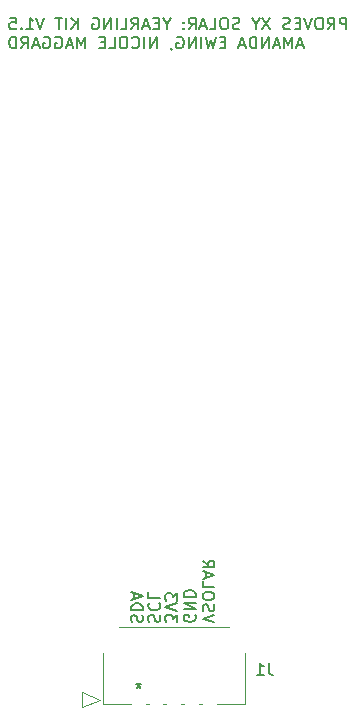
<source format=gbr>
%TF.GenerationSoftware,KiCad,Pcbnew,8.0.2-1*%
%TF.CreationDate,2024-07-10T10:50:47-07:00*%
%TF.ProjectId,solar-panel-NoCutout,736f6c61-722d-4706-916e-656c2d4e6f43,3.0*%
%TF.SameCoordinates,Original*%
%TF.FileFunction,Legend,Bot*%
%TF.FilePolarity,Positive*%
%FSLAX46Y46*%
G04 Gerber Fmt 4.6, Leading zero omitted, Abs format (unit mm)*
G04 Created by KiCad (PCBNEW 8.0.2-1) date 2024-07-10 10:50:47*
%MOMM*%
%LPD*%
G01*
G04 APERTURE LIST*
%ADD10C,0.150000*%
%ADD11C,0.120000*%
%ADD12C,0.000000*%
%ADD13C,5.250000*%
%ADD14R,0.600000X1.000000*%
%ADD15R,1.250000X1.800000*%
G04 APERTURE END LIST*
D10*
X129935180Y-118226666D02*
X128935180Y-117893333D01*
X128935180Y-117893333D02*
X129935180Y-117560000D01*
X128982800Y-117274285D02*
X128935180Y-117131428D01*
X128935180Y-117131428D02*
X128935180Y-116893333D01*
X128935180Y-116893333D02*
X128982800Y-116798095D01*
X128982800Y-116798095D02*
X129030419Y-116750476D01*
X129030419Y-116750476D02*
X129125657Y-116702857D01*
X129125657Y-116702857D02*
X129220895Y-116702857D01*
X129220895Y-116702857D02*
X129316133Y-116750476D01*
X129316133Y-116750476D02*
X129363752Y-116798095D01*
X129363752Y-116798095D02*
X129411371Y-116893333D01*
X129411371Y-116893333D02*
X129458990Y-117083809D01*
X129458990Y-117083809D02*
X129506609Y-117179047D01*
X129506609Y-117179047D02*
X129554228Y-117226666D01*
X129554228Y-117226666D02*
X129649466Y-117274285D01*
X129649466Y-117274285D02*
X129744704Y-117274285D01*
X129744704Y-117274285D02*
X129839942Y-117226666D01*
X129839942Y-117226666D02*
X129887561Y-117179047D01*
X129887561Y-117179047D02*
X129935180Y-117083809D01*
X129935180Y-117083809D02*
X129935180Y-116845714D01*
X129935180Y-116845714D02*
X129887561Y-116702857D01*
X129935180Y-116083809D02*
X129935180Y-115893333D01*
X129935180Y-115893333D02*
X129887561Y-115798095D01*
X129887561Y-115798095D02*
X129792323Y-115702857D01*
X129792323Y-115702857D02*
X129601847Y-115655238D01*
X129601847Y-115655238D02*
X129268514Y-115655238D01*
X129268514Y-115655238D02*
X129078038Y-115702857D01*
X129078038Y-115702857D02*
X128982800Y-115798095D01*
X128982800Y-115798095D02*
X128935180Y-115893333D01*
X128935180Y-115893333D02*
X128935180Y-116083809D01*
X128935180Y-116083809D02*
X128982800Y-116179047D01*
X128982800Y-116179047D02*
X129078038Y-116274285D01*
X129078038Y-116274285D02*
X129268514Y-116321904D01*
X129268514Y-116321904D02*
X129601847Y-116321904D01*
X129601847Y-116321904D02*
X129792323Y-116274285D01*
X129792323Y-116274285D02*
X129887561Y-116179047D01*
X129887561Y-116179047D02*
X129935180Y-116083809D01*
X128935180Y-114750476D02*
X128935180Y-115226666D01*
X128935180Y-115226666D02*
X129935180Y-115226666D01*
X129220895Y-114464761D02*
X129220895Y-113988571D01*
X128935180Y-114559999D02*
X129935180Y-114226666D01*
X129935180Y-114226666D02*
X128935180Y-113893333D01*
X128935180Y-112988571D02*
X129411371Y-113321904D01*
X128935180Y-113559999D02*
X129935180Y-113559999D01*
X129935180Y-113559999D02*
X129935180Y-113179047D01*
X129935180Y-113179047D02*
X129887561Y-113083809D01*
X129887561Y-113083809D02*
X129839942Y-113036190D01*
X129839942Y-113036190D02*
X129744704Y-112988571D01*
X129744704Y-112988571D02*
X129601847Y-112988571D01*
X129601847Y-112988571D02*
X129506609Y-113036190D01*
X129506609Y-113036190D02*
X129458990Y-113083809D01*
X129458990Y-113083809D02*
X129411371Y-113179047D01*
X129411371Y-113179047D02*
X129411371Y-113559999D01*
X141102970Y-68009847D02*
X141102970Y-67009847D01*
X141102970Y-67009847D02*
X140722018Y-67009847D01*
X140722018Y-67009847D02*
X140626780Y-67057466D01*
X140626780Y-67057466D02*
X140579161Y-67105085D01*
X140579161Y-67105085D02*
X140531542Y-67200323D01*
X140531542Y-67200323D02*
X140531542Y-67343180D01*
X140531542Y-67343180D02*
X140579161Y-67438418D01*
X140579161Y-67438418D02*
X140626780Y-67486037D01*
X140626780Y-67486037D02*
X140722018Y-67533656D01*
X140722018Y-67533656D02*
X141102970Y-67533656D01*
X139531542Y-68009847D02*
X139864875Y-67533656D01*
X140102970Y-68009847D02*
X140102970Y-67009847D01*
X140102970Y-67009847D02*
X139722018Y-67009847D01*
X139722018Y-67009847D02*
X139626780Y-67057466D01*
X139626780Y-67057466D02*
X139579161Y-67105085D01*
X139579161Y-67105085D02*
X139531542Y-67200323D01*
X139531542Y-67200323D02*
X139531542Y-67343180D01*
X139531542Y-67343180D02*
X139579161Y-67438418D01*
X139579161Y-67438418D02*
X139626780Y-67486037D01*
X139626780Y-67486037D02*
X139722018Y-67533656D01*
X139722018Y-67533656D02*
X140102970Y-67533656D01*
X138912494Y-67009847D02*
X138722018Y-67009847D01*
X138722018Y-67009847D02*
X138626780Y-67057466D01*
X138626780Y-67057466D02*
X138531542Y-67152704D01*
X138531542Y-67152704D02*
X138483923Y-67343180D01*
X138483923Y-67343180D02*
X138483923Y-67676513D01*
X138483923Y-67676513D02*
X138531542Y-67866989D01*
X138531542Y-67866989D02*
X138626780Y-67962228D01*
X138626780Y-67962228D02*
X138722018Y-68009847D01*
X138722018Y-68009847D02*
X138912494Y-68009847D01*
X138912494Y-68009847D02*
X139007732Y-67962228D01*
X139007732Y-67962228D02*
X139102970Y-67866989D01*
X139102970Y-67866989D02*
X139150589Y-67676513D01*
X139150589Y-67676513D02*
X139150589Y-67343180D01*
X139150589Y-67343180D02*
X139102970Y-67152704D01*
X139102970Y-67152704D02*
X139007732Y-67057466D01*
X139007732Y-67057466D02*
X138912494Y-67009847D01*
X138198208Y-67009847D02*
X137864875Y-68009847D01*
X137864875Y-68009847D02*
X137531542Y-67009847D01*
X137198208Y-67486037D02*
X136864875Y-67486037D01*
X136722018Y-68009847D02*
X137198208Y-68009847D01*
X137198208Y-68009847D02*
X137198208Y-67009847D01*
X137198208Y-67009847D02*
X136722018Y-67009847D01*
X136341065Y-67962228D02*
X136198208Y-68009847D01*
X136198208Y-68009847D02*
X135960113Y-68009847D01*
X135960113Y-68009847D02*
X135864875Y-67962228D01*
X135864875Y-67962228D02*
X135817256Y-67914608D01*
X135817256Y-67914608D02*
X135769637Y-67819370D01*
X135769637Y-67819370D02*
X135769637Y-67724132D01*
X135769637Y-67724132D02*
X135817256Y-67628894D01*
X135817256Y-67628894D02*
X135864875Y-67581275D01*
X135864875Y-67581275D02*
X135960113Y-67533656D01*
X135960113Y-67533656D02*
X136150589Y-67486037D01*
X136150589Y-67486037D02*
X136245827Y-67438418D01*
X136245827Y-67438418D02*
X136293446Y-67390799D01*
X136293446Y-67390799D02*
X136341065Y-67295561D01*
X136341065Y-67295561D02*
X136341065Y-67200323D01*
X136341065Y-67200323D02*
X136293446Y-67105085D01*
X136293446Y-67105085D02*
X136245827Y-67057466D01*
X136245827Y-67057466D02*
X136150589Y-67009847D01*
X136150589Y-67009847D02*
X135912494Y-67009847D01*
X135912494Y-67009847D02*
X135769637Y-67057466D01*
X134674398Y-67009847D02*
X134007732Y-68009847D01*
X134007732Y-67009847D02*
X134674398Y-68009847D01*
X133436303Y-67533656D02*
X133436303Y-68009847D01*
X133769636Y-67009847D02*
X133436303Y-67533656D01*
X133436303Y-67533656D02*
X133102970Y-67009847D01*
X132055350Y-67962228D02*
X131912493Y-68009847D01*
X131912493Y-68009847D02*
X131674398Y-68009847D01*
X131674398Y-68009847D02*
X131579160Y-67962228D01*
X131579160Y-67962228D02*
X131531541Y-67914608D01*
X131531541Y-67914608D02*
X131483922Y-67819370D01*
X131483922Y-67819370D02*
X131483922Y-67724132D01*
X131483922Y-67724132D02*
X131531541Y-67628894D01*
X131531541Y-67628894D02*
X131579160Y-67581275D01*
X131579160Y-67581275D02*
X131674398Y-67533656D01*
X131674398Y-67533656D02*
X131864874Y-67486037D01*
X131864874Y-67486037D02*
X131960112Y-67438418D01*
X131960112Y-67438418D02*
X132007731Y-67390799D01*
X132007731Y-67390799D02*
X132055350Y-67295561D01*
X132055350Y-67295561D02*
X132055350Y-67200323D01*
X132055350Y-67200323D02*
X132007731Y-67105085D01*
X132007731Y-67105085D02*
X131960112Y-67057466D01*
X131960112Y-67057466D02*
X131864874Y-67009847D01*
X131864874Y-67009847D02*
X131626779Y-67009847D01*
X131626779Y-67009847D02*
X131483922Y-67057466D01*
X130864874Y-67009847D02*
X130674398Y-67009847D01*
X130674398Y-67009847D02*
X130579160Y-67057466D01*
X130579160Y-67057466D02*
X130483922Y-67152704D01*
X130483922Y-67152704D02*
X130436303Y-67343180D01*
X130436303Y-67343180D02*
X130436303Y-67676513D01*
X130436303Y-67676513D02*
X130483922Y-67866989D01*
X130483922Y-67866989D02*
X130579160Y-67962228D01*
X130579160Y-67962228D02*
X130674398Y-68009847D01*
X130674398Y-68009847D02*
X130864874Y-68009847D01*
X130864874Y-68009847D02*
X130960112Y-67962228D01*
X130960112Y-67962228D02*
X131055350Y-67866989D01*
X131055350Y-67866989D02*
X131102969Y-67676513D01*
X131102969Y-67676513D02*
X131102969Y-67343180D01*
X131102969Y-67343180D02*
X131055350Y-67152704D01*
X131055350Y-67152704D02*
X130960112Y-67057466D01*
X130960112Y-67057466D02*
X130864874Y-67009847D01*
X129531541Y-68009847D02*
X130007731Y-68009847D01*
X130007731Y-68009847D02*
X130007731Y-67009847D01*
X129245826Y-67724132D02*
X128769636Y-67724132D01*
X129341064Y-68009847D02*
X129007731Y-67009847D01*
X129007731Y-67009847D02*
X128674398Y-68009847D01*
X127769636Y-68009847D02*
X128102969Y-67533656D01*
X128341064Y-68009847D02*
X128341064Y-67009847D01*
X128341064Y-67009847D02*
X127960112Y-67009847D01*
X127960112Y-67009847D02*
X127864874Y-67057466D01*
X127864874Y-67057466D02*
X127817255Y-67105085D01*
X127817255Y-67105085D02*
X127769636Y-67200323D01*
X127769636Y-67200323D02*
X127769636Y-67343180D01*
X127769636Y-67343180D02*
X127817255Y-67438418D01*
X127817255Y-67438418D02*
X127864874Y-67486037D01*
X127864874Y-67486037D02*
X127960112Y-67533656D01*
X127960112Y-67533656D02*
X128341064Y-67533656D01*
X127341064Y-67914608D02*
X127293445Y-67962228D01*
X127293445Y-67962228D02*
X127341064Y-68009847D01*
X127341064Y-68009847D02*
X127388683Y-67962228D01*
X127388683Y-67962228D02*
X127341064Y-67914608D01*
X127341064Y-67914608D02*
X127341064Y-68009847D01*
X127341064Y-67390799D02*
X127293445Y-67438418D01*
X127293445Y-67438418D02*
X127341064Y-67486037D01*
X127341064Y-67486037D02*
X127388683Y-67438418D01*
X127388683Y-67438418D02*
X127341064Y-67390799D01*
X127341064Y-67390799D02*
X127341064Y-67486037D01*
X125912493Y-67533656D02*
X125912493Y-68009847D01*
X126245826Y-67009847D02*
X125912493Y-67533656D01*
X125912493Y-67533656D02*
X125579160Y-67009847D01*
X125245826Y-67486037D02*
X124912493Y-67486037D01*
X124769636Y-68009847D02*
X125245826Y-68009847D01*
X125245826Y-68009847D02*
X125245826Y-67009847D01*
X125245826Y-67009847D02*
X124769636Y-67009847D01*
X124388683Y-67724132D02*
X123912493Y-67724132D01*
X124483921Y-68009847D02*
X124150588Y-67009847D01*
X124150588Y-67009847D02*
X123817255Y-68009847D01*
X122912493Y-68009847D02*
X123245826Y-67533656D01*
X123483921Y-68009847D02*
X123483921Y-67009847D01*
X123483921Y-67009847D02*
X123102969Y-67009847D01*
X123102969Y-67009847D02*
X123007731Y-67057466D01*
X123007731Y-67057466D02*
X122960112Y-67105085D01*
X122960112Y-67105085D02*
X122912493Y-67200323D01*
X122912493Y-67200323D02*
X122912493Y-67343180D01*
X122912493Y-67343180D02*
X122960112Y-67438418D01*
X122960112Y-67438418D02*
X123007731Y-67486037D01*
X123007731Y-67486037D02*
X123102969Y-67533656D01*
X123102969Y-67533656D02*
X123483921Y-67533656D01*
X122007731Y-68009847D02*
X122483921Y-68009847D01*
X122483921Y-68009847D02*
X122483921Y-67009847D01*
X121674397Y-68009847D02*
X121674397Y-67009847D01*
X121198207Y-68009847D02*
X121198207Y-67009847D01*
X121198207Y-67009847D02*
X120626779Y-68009847D01*
X120626779Y-68009847D02*
X120626779Y-67009847D01*
X119626779Y-67057466D02*
X119722017Y-67009847D01*
X119722017Y-67009847D02*
X119864874Y-67009847D01*
X119864874Y-67009847D02*
X120007731Y-67057466D01*
X120007731Y-67057466D02*
X120102969Y-67152704D01*
X120102969Y-67152704D02*
X120150588Y-67247942D01*
X120150588Y-67247942D02*
X120198207Y-67438418D01*
X120198207Y-67438418D02*
X120198207Y-67581275D01*
X120198207Y-67581275D02*
X120150588Y-67771751D01*
X120150588Y-67771751D02*
X120102969Y-67866989D01*
X120102969Y-67866989D02*
X120007731Y-67962228D01*
X120007731Y-67962228D02*
X119864874Y-68009847D01*
X119864874Y-68009847D02*
X119769636Y-68009847D01*
X119769636Y-68009847D02*
X119626779Y-67962228D01*
X119626779Y-67962228D02*
X119579160Y-67914608D01*
X119579160Y-67914608D02*
X119579160Y-67581275D01*
X119579160Y-67581275D02*
X119769636Y-67581275D01*
X118388683Y-68009847D02*
X118388683Y-67009847D01*
X117817255Y-68009847D02*
X118245826Y-67438418D01*
X117817255Y-67009847D02*
X118388683Y-67581275D01*
X117388683Y-68009847D02*
X117388683Y-67009847D01*
X117055350Y-67009847D02*
X116483922Y-67009847D01*
X116769636Y-68009847D02*
X116769636Y-67009847D01*
X115531540Y-67009847D02*
X115198207Y-68009847D01*
X115198207Y-68009847D02*
X114864874Y-67009847D01*
X114007731Y-68009847D02*
X114579159Y-68009847D01*
X114293445Y-68009847D02*
X114293445Y-67009847D01*
X114293445Y-67009847D02*
X114388683Y-67152704D01*
X114388683Y-67152704D02*
X114483921Y-67247942D01*
X114483921Y-67247942D02*
X114579159Y-67295561D01*
X113579159Y-67914608D02*
X113531540Y-67962228D01*
X113531540Y-67962228D02*
X113579159Y-68009847D01*
X113579159Y-68009847D02*
X113626778Y-67962228D01*
X113626778Y-67962228D02*
X113579159Y-67914608D01*
X113579159Y-67914608D02*
X113579159Y-68009847D01*
X112626779Y-67009847D02*
X113102969Y-67009847D01*
X113102969Y-67009847D02*
X113150588Y-67486037D01*
X113150588Y-67486037D02*
X113102969Y-67438418D01*
X113102969Y-67438418D02*
X113007731Y-67390799D01*
X113007731Y-67390799D02*
X112769636Y-67390799D01*
X112769636Y-67390799D02*
X112674398Y-67438418D01*
X112674398Y-67438418D02*
X112626779Y-67486037D01*
X112626779Y-67486037D02*
X112579160Y-67581275D01*
X112579160Y-67581275D02*
X112579160Y-67819370D01*
X112579160Y-67819370D02*
X112626779Y-67914608D01*
X112626779Y-67914608D02*
X112674398Y-67962228D01*
X112674398Y-67962228D02*
X112769636Y-68009847D01*
X112769636Y-68009847D02*
X113007731Y-68009847D01*
X113007731Y-68009847D02*
X113102969Y-67962228D01*
X113102969Y-67962228D02*
X113150588Y-67914608D01*
X137436302Y-69334076D02*
X136960112Y-69334076D01*
X137531540Y-69619791D02*
X137198207Y-68619791D01*
X137198207Y-68619791D02*
X136864874Y-69619791D01*
X136531540Y-69619791D02*
X136531540Y-68619791D01*
X136531540Y-68619791D02*
X136198207Y-69334076D01*
X136198207Y-69334076D02*
X135864874Y-68619791D01*
X135864874Y-68619791D02*
X135864874Y-69619791D01*
X135436302Y-69334076D02*
X134960112Y-69334076D01*
X135531540Y-69619791D02*
X135198207Y-68619791D01*
X135198207Y-68619791D02*
X134864874Y-69619791D01*
X134531540Y-69619791D02*
X134531540Y-68619791D01*
X134531540Y-68619791D02*
X133960112Y-69619791D01*
X133960112Y-69619791D02*
X133960112Y-68619791D01*
X133483921Y-69619791D02*
X133483921Y-68619791D01*
X133483921Y-68619791D02*
X133245826Y-68619791D01*
X133245826Y-68619791D02*
X133102969Y-68667410D01*
X133102969Y-68667410D02*
X133007731Y-68762648D01*
X133007731Y-68762648D02*
X132960112Y-68857886D01*
X132960112Y-68857886D02*
X132912493Y-69048362D01*
X132912493Y-69048362D02*
X132912493Y-69191219D01*
X132912493Y-69191219D02*
X132960112Y-69381695D01*
X132960112Y-69381695D02*
X133007731Y-69476933D01*
X133007731Y-69476933D02*
X133102969Y-69572172D01*
X133102969Y-69572172D02*
X133245826Y-69619791D01*
X133245826Y-69619791D02*
X133483921Y-69619791D01*
X132531540Y-69334076D02*
X132055350Y-69334076D01*
X132626778Y-69619791D02*
X132293445Y-68619791D01*
X132293445Y-68619791D02*
X131960112Y-69619791D01*
X130864873Y-69095981D02*
X130531540Y-69095981D01*
X130388683Y-69619791D02*
X130864873Y-69619791D01*
X130864873Y-69619791D02*
X130864873Y-68619791D01*
X130864873Y-68619791D02*
X130388683Y-68619791D01*
X130055349Y-68619791D02*
X129817254Y-69619791D01*
X129817254Y-69619791D02*
X129626778Y-68905505D01*
X129626778Y-68905505D02*
X129436302Y-69619791D01*
X129436302Y-69619791D02*
X129198207Y-68619791D01*
X128817254Y-69619791D02*
X128817254Y-68619791D01*
X128341064Y-69619791D02*
X128341064Y-68619791D01*
X128341064Y-68619791D02*
X127769636Y-69619791D01*
X127769636Y-69619791D02*
X127769636Y-68619791D01*
X126769636Y-68667410D02*
X126864874Y-68619791D01*
X126864874Y-68619791D02*
X127007731Y-68619791D01*
X127007731Y-68619791D02*
X127150588Y-68667410D01*
X127150588Y-68667410D02*
X127245826Y-68762648D01*
X127245826Y-68762648D02*
X127293445Y-68857886D01*
X127293445Y-68857886D02*
X127341064Y-69048362D01*
X127341064Y-69048362D02*
X127341064Y-69191219D01*
X127341064Y-69191219D02*
X127293445Y-69381695D01*
X127293445Y-69381695D02*
X127245826Y-69476933D01*
X127245826Y-69476933D02*
X127150588Y-69572172D01*
X127150588Y-69572172D02*
X127007731Y-69619791D01*
X127007731Y-69619791D02*
X126912493Y-69619791D01*
X126912493Y-69619791D02*
X126769636Y-69572172D01*
X126769636Y-69572172D02*
X126722017Y-69524552D01*
X126722017Y-69524552D02*
X126722017Y-69191219D01*
X126722017Y-69191219D02*
X126912493Y-69191219D01*
X126245826Y-69572172D02*
X126245826Y-69619791D01*
X126245826Y-69619791D02*
X126293445Y-69715029D01*
X126293445Y-69715029D02*
X126341064Y-69762648D01*
X125055350Y-69619791D02*
X125055350Y-68619791D01*
X125055350Y-68619791D02*
X124483922Y-69619791D01*
X124483922Y-69619791D02*
X124483922Y-68619791D01*
X124007731Y-69619791D02*
X124007731Y-68619791D01*
X122960113Y-69524552D02*
X123007732Y-69572172D01*
X123007732Y-69572172D02*
X123150589Y-69619791D01*
X123150589Y-69619791D02*
X123245827Y-69619791D01*
X123245827Y-69619791D02*
X123388684Y-69572172D01*
X123388684Y-69572172D02*
X123483922Y-69476933D01*
X123483922Y-69476933D02*
X123531541Y-69381695D01*
X123531541Y-69381695D02*
X123579160Y-69191219D01*
X123579160Y-69191219D02*
X123579160Y-69048362D01*
X123579160Y-69048362D02*
X123531541Y-68857886D01*
X123531541Y-68857886D02*
X123483922Y-68762648D01*
X123483922Y-68762648D02*
X123388684Y-68667410D01*
X123388684Y-68667410D02*
X123245827Y-68619791D01*
X123245827Y-68619791D02*
X123150589Y-68619791D01*
X123150589Y-68619791D02*
X123007732Y-68667410D01*
X123007732Y-68667410D02*
X122960113Y-68715029D01*
X122341065Y-68619791D02*
X122150589Y-68619791D01*
X122150589Y-68619791D02*
X122055351Y-68667410D01*
X122055351Y-68667410D02*
X121960113Y-68762648D01*
X121960113Y-68762648D02*
X121912494Y-68953124D01*
X121912494Y-68953124D02*
X121912494Y-69286457D01*
X121912494Y-69286457D02*
X121960113Y-69476933D01*
X121960113Y-69476933D02*
X122055351Y-69572172D01*
X122055351Y-69572172D02*
X122150589Y-69619791D01*
X122150589Y-69619791D02*
X122341065Y-69619791D01*
X122341065Y-69619791D02*
X122436303Y-69572172D01*
X122436303Y-69572172D02*
X122531541Y-69476933D01*
X122531541Y-69476933D02*
X122579160Y-69286457D01*
X122579160Y-69286457D02*
X122579160Y-68953124D01*
X122579160Y-68953124D02*
X122531541Y-68762648D01*
X122531541Y-68762648D02*
X122436303Y-68667410D01*
X122436303Y-68667410D02*
X122341065Y-68619791D01*
X121007732Y-69619791D02*
X121483922Y-69619791D01*
X121483922Y-69619791D02*
X121483922Y-68619791D01*
X120674398Y-69095981D02*
X120341065Y-69095981D01*
X120198208Y-69619791D02*
X120674398Y-69619791D01*
X120674398Y-69619791D02*
X120674398Y-68619791D01*
X120674398Y-68619791D02*
X120198208Y-68619791D01*
X119007731Y-69619791D02*
X119007731Y-68619791D01*
X119007731Y-68619791D02*
X118674398Y-69334076D01*
X118674398Y-69334076D02*
X118341065Y-68619791D01*
X118341065Y-68619791D02*
X118341065Y-69619791D01*
X117912493Y-69334076D02*
X117436303Y-69334076D01*
X118007731Y-69619791D02*
X117674398Y-68619791D01*
X117674398Y-68619791D02*
X117341065Y-69619791D01*
X116483922Y-68667410D02*
X116579160Y-68619791D01*
X116579160Y-68619791D02*
X116722017Y-68619791D01*
X116722017Y-68619791D02*
X116864874Y-68667410D01*
X116864874Y-68667410D02*
X116960112Y-68762648D01*
X116960112Y-68762648D02*
X117007731Y-68857886D01*
X117007731Y-68857886D02*
X117055350Y-69048362D01*
X117055350Y-69048362D02*
X117055350Y-69191219D01*
X117055350Y-69191219D02*
X117007731Y-69381695D01*
X117007731Y-69381695D02*
X116960112Y-69476933D01*
X116960112Y-69476933D02*
X116864874Y-69572172D01*
X116864874Y-69572172D02*
X116722017Y-69619791D01*
X116722017Y-69619791D02*
X116626779Y-69619791D01*
X116626779Y-69619791D02*
X116483922Y-69572172D01*
X116483922Y-69572172D02*
X116436303Y-69524552D01*
X116436303Y-69524552D02*
X116436303Y-69191219D01*
X116436303Y-69191219D02*
X116626779Y-69191219D01*
X115483922Y-68667410D02*
X115579160Y-68619791D01*
X115579160Y-68619791D02*
X115722017Y-68619791D01*
X115722017Y-68619791D02*
X115864874Y-68667410D01*
X115864874Y-68667410D02*
X115960112Y-68762648D01*
X115960112Y-68762648D02*
X116007731Y-68857886D01*
X116007731Y-68857886D02*
X116055350Y-69048362D01*
X116055350Y-69048362D02*
X116055350Y-69191219D01*
X116055350Y-69191219D02*
X116007731Y-69381695D01*
X116007731Y-69381695D02*
X115960112Y-69476933D01*
X115960112Y-69476933D02*
X115864874Y-69572172D01*
X115864874Y-69572172D02*
X115722017Y-69619791D01*
X115722017Y-69619791D02*
X115626779Y-69619791D01*
X115626779Y-69619791D02*
X115483922Y-69572172D01*
X115483922Y-69572172D02*
X115436303Y-69524552D01*
X115436303Y-69524552D02*
X115436303Y-69191219D01*
X115436303Y-69191219D02*
X115626779Y-69191219D01*
X115055350Y-69334076D02*
X114579160Y-69334076D01*
X115150588Y-69619791D02*
X114817255Y-68619791D01*
X114817255Y-68619791D02*
X114483922Y-69619791D01*
X113579160Y-69619791D02*
X113912493Y-69143600D01*
X114150588Y-69619791D02*
X114150588Y-68619791D01*
X114150588Y-68619791D02*
X113769636Y-68619791D01*
X113769636Y-68619791D02*
X113674398Y-68667410D01*
X113674398Y-68667410D02*
X113626779Y-68715029D01*
X113626779Y-68715029D02*
X113579160Y-68810267D01*
X113579160Y-68810267D02*
X113579160Y-68953124D01*
X113579160Y-68953124D02*
X113626779Y-69048362D01*
X113626779Y-69048362D02*
X113674398Y-69095981D01*
X113674398Y-69095981D02*
X113769636Y-69143600D01*
X113769636Y-69143600D02*
X114150588Y-69143600D01*
X113150588Y-69619791D02*
X113150588Y-68619791D01*
X113150588Y-68619791D02*
X112912493Y-68619791D01*
X112912493Y-68619791D02*
X112769636Y-68667410D01*
X112769636Y-68667410D02*
X112674398Y-68762648D01*
X112674398Y-68762648D02*
X112626779Y-68857886D01*
X112626779Y-68857886D02*
X112579160Y-69048362D01*
X112579160Y-69048362D02*
X112579160Y-69191219D01*
X112579160Y-69191219D02*
X112626779Y-69381695D01*
X112626779Y-69381695D02*
X112674398Y-69476933D01*
X112674398Y-69476933D02*
X112769636Y-69572172D01*
X112769636Y-69572172D02*
X112912493Y-69619791D01*
X112912493Y-69619791D02*
X113150588Y-69619791D01*
X128297561Y-117601904D02*
X128345180Y-117697142D01*
X128345180Y-117697142D02*
X128345180Y-117839999D01*
X128345180Y-117839999D02*
X128297561Y-117982856D01*
X128297561Y-117982856D02*
X128202323Y-118078094D01*
X128202323Y-118078094D02*
X128107085Y-118125713D01*
X128107085Y-118125713D02*
X127916609Y-118173332D01*
X127916609Y-118173332D02*
X127773752Y-118173332D01*
X127773752Y-118173332D02*
X127583276Y-118125713D01*
X127583276Y-118125713D02*
X127488038Y-118078094D01*
X127488038Y-118078094D02*
X127392800Y-117982856D01*
X127392800Y-117982856D02*
X127345180Y-117839999D01*
X127345180Y-117839999D02*
X127345180Y-117744761D01*
X127345180Y-117744761D02*
X127392800Y-117601904D01*
X127392800Y-117601904D02*
X127440419Y-117554285D01*
X127440419Y-117554285D02*
X127773752Y-117554285D01*
X127773752Y-117554285D02*
X127773752Y-117744761D01*
X127345180Y-117125713D02*
X128345180Y-117125713D01*
X128345180Y-117125713D02*
X127345180Y-116554285D01*
X127345180Y-116554285D02*
X128345180Y-116554285D01*
X127345180Y-116078094D02*
X128345180Y-116078094D01*
X128345180Y-116078094D02*
X128345180Y-115839999D01*
X128345180Y-115839999D02*
X128297561Y-115697142D01*
X128297561Y-115697142D02*
X128202323Y-115601904D01*
X128202323Y-115601904D02*
X128107085Y-115554285D01*
X128107085Y-115554285D02*
X127916609Y-115506666D01*
X127916609Y-115506666D02*
X127773752Y-115506666D01*
X127773752Y-115506666D02*
X127583276Y-115554285D01*
X127583276Y-115554285D02*
X127488038Y-115601904D01*
X127488038Y-115601904D02*
X127392800Y-115697142D01*
X127392800Y-115697142D02*
X127345180Y-115839999D01*
X127345180Y-115839999D02*
X127345180Y-116078094D01*
X126785180Y-118188094D02*
X126785180Y-117569047D01*
X126785180Y-117569047D02*
X126404228Y-117902380D01*
X126404228Y-117902380D02*
X126404228Y-117759523D01*
X126404228Y-117759523D02*
X126356609Y-117664285D01*
X126356609Y-117664285D02*
X126308990Y-117616666D01*
X126308990Y-117616666D02*
X126213752Y-117569047D01*
X126213752Y-117569047D02*
X125975657Y-117569047D01*
X125975657Y-117569047D02*
X125880419Y-117616666D01*
X125880419Y-117616666D02*
X125832800Y-117664285D01*
X125832800Y-117664285D02*
X125785180Y-117759523D01*
X125785180Y-117759523D02*
X125785180Y-118045237D01*
X125785180Y-118045237D02*
X125832800Y-118140475D01*
X125832800Y-118140475D02*
X125880419Y-118188094D01*
X126785180Y-117283332D02*
X125785180Y-116949999D01*
X125785180Y-116949999D02*
X126785180Y-116616666D01*
X126785180Y-116378570D02*
X126785180Y-115759523D01*
X126785180Y-115759523D02*
X126404228Y-116092856D01*
X126404228Y-116092856D02*
X126404228Y-115949999D01*
X126404228Y-115949999D02*
X126356609Y-115854761D01*
X126356609Y-115854761D02*
X126308990Y-115807142D01*
X126308990Y-115807142D02*
X126213752Y-115759523D01*
X126213752Y-115759523D02*
X125975657Y-115759523D01*
X125975657Y-115759523D02*
X125880419Y-115807142D01*
X125880419Y-115807142D02*
X125832800Y-115854761D01*
X125832800Y-115854761D02*
X125785180Y-115949999D01*
X125785180Y-115949999D02*
X125785180Y-116235713D01*
X125785180Y-116235713D02*
X125832800Y-116330951D01*
X125832800Y-116330951D02*
X125880419Y-116378570D01*
X122922800Y-118184285D02*
X122875180Y-118041428D01*
X122875180Y-118041428D02*
X122875180Y-117803333D01*
X122875180Y-117803333D02*
X122922800Y-117708095D01*
X122922800Y-117708095D02*
X122970419Y-117660476D01*
X122970419Y-117660476D02*
X123065657Y-117612857D01*
X123065657Y-117612857D02*
X123160895Y-117612857D01*
X123160895Y-117612857D02*
X123256133Y-117660476D01*
X123256133Y-117660476D02*
X123303752Y-117708095D01*
X123303752Y-117708095D02*
X123351371Y-117803333D01*
X123351371Y-117803333D02*
X123398990Y-117993809D01*
X123398990Y-117993809D02*
X123446609Y-118089047D01*
X123446609Y-118089047D02*
X123494228Y-118136666D01*
X123494228Y-118136666D02*
X123589466Y-118184285D01*
X123589466Y-118184285D02*
X123684704Y-118184285D01*
X123684704Y-118184285D02*
X123779942Y-118136666D01*
X123779942Y-118136666D02*
X123827561Y-118089047D01*
X123827561Y-118089047D02*
X123875180Y-117993809D01*
X123875180Y-117993809D02*
X123875180Y-117755714D01*
X123875180Y-117755714D02*
X123827561Y-117612857D01*
X122875180Y-117184285D02*
X123875180Y-117184285D01*
X123875180Y-117184285D02*
X123875180Y-116946190D01*
X123875180Y-116946190D02*
X123827561Y-116803333D01*
X123827561Y-116803333D02*
X123732323Y-116708095D01*
X123732323Y-116708095D02*
X123637085Y-116660476D01*
X123637085Y-116660476D02*
X123446609Y-116612857D01*
X123446609Y-116612857D02*
X123303752Y-116612857D01*
X123303752Y-116612857D02*
X123113276Y-116660476D01*
X123113276Y-116660476D02*
X123018038Y-116708095D01*
X123018038Y-116708095D02*
X122922800Y-116803333D01*
X122922800Y-116803333D02*
X122875180Y-116946190D01*
X122875180Y-116946190D02*
X122875180Y-117184285D01*
X123160895Y-116231904D02*
X123160895Y-115755714D01*
X122875180Y-116327142D02*
X123875180Y-115993809D01*
X123875180Y-115993809D02*
X122875180Y-115660476D01*
X124402800Y-118160475D02*
X124355180Y-118017618D01*
X124355180Y-118017618D02*
X124355180Y-117779523D01*
X124355180Y-117779523D02*
X124402800Y-117684285D01*
X124402800Y-117684285D02*
X124450419Y-117636666D01*
X124450419Y-117636666D02*
X124545657Y-117589047D01*
X124545657Y-117589047D02*
X124640895Y-117589047D01*
X124640895Y-117589047D02*
X124736133Y-117636666D01*
X124736133Y-117636666D02*
X124783752Y-117684285D01*
X124783752Y-117684285D02*
X124831371Y-117779523D01*
X124831371Y-117779523D02*
X124878990Y-117969999D01*
X124878990Y-117969999D02*
X124926609Y-118065237D01*
X124926609Y-118065237D02*
X124974228Y-118112856D01*
X124974228Y-118112856D02*
X125069466Y-118160475D01*
X125069466Y-118160475D02*
X125164704Y-118160475D01*
X125164704Y-118160475D02*
X125259942Y-118112856D01*
X125259942Y-118112856D02*
X125307561Y-118065237D01*
X125307561Y-118065237D02*
X125355180Y-117969999D01*
X125355180Y-117969999D02*
X125355180Y-117731904D01*
X125355180Y-117731904D02*
X125307561Y-117589047D01*
X124450419Y-116589047D02*
X124402800Y-116636666D01*
X124402800Y-116636666D02*
X124355180Y-116779523D01*
X124355180Y-116779523D02*
X124355180Y-116874761D01*
X124355180Y-116874761D02*
X124402800Y-117017618D01*
X124402800Y-117017618D02*
X124498038Y-117112856D01*
X124498038Y-117112856D02*
X124593276Y-117160475D01*
X124593276Y-117160475D02*
X124783752Y-117208094D01*
X124783752Y-117208094D02*
X124926609Y-117208094D01*
X124926609Y-117208094D02*
X125117085Y-117160475D01*
X125117085Y-117160475D02*
X125212323Y-117112856D01*
X125212323Y-117112856D02*
X125307561Y-117017618D01*
X125307561Y-117017618D02*
X125355180Y-116874761D01*
X125355180Y-116874761D02*
X125355180Y-116779523D01*
X125355180Y-116779523D02*
X125307561Y-116636666D01*
X125307561Y-116636666D02*
X125259942Y-116589047D01*
X124355180Y-115684285D02*
X124355180Y-116160475D01*
X124355180Y-116160475D02*
X125355180Y-116160475D01*
X134533333Y-121654819D02*
X134533333Y-122369104D01*
X134533333Y-122369104D02*
X134580952Y-122511961D01*
X134580952Y-122511961D02*
X134676190Y-122607200D01*
X134676190Y-122607200D02*
X134819047Y-122654819D01*
X134819047Y-122654819D02*
X134914285Y-122654819D01*
X133533333Y-122654819D02*
X134104761Y-122654819D01*
X133819047Y-122654819D02*
X133819047Y-121654819D01*
X133819047Y-121654819D02*
X133914285Y-121797676D01*
X133914285Y-121797676D02*
X134009523Y-121892914D01*
X134009523Y-121892914D02*
X134104761Y-121940533D01*
X123519999Y-123324819D02*
X123519999Y-123562914D01*
X123758094Y-123467676D02*
X123519999Y-123562914D01*
X123519999Y-123562914D02*
X123281904Y-123467676D01*
X123662856Y-123753390D02*
X123519999Y-123562914D01*
X123519999Y-123562914D02*
X123377142Y-123753390D01*
D11*
%TO.C,J1*%
X118697013Y-124115000D02*
X118697013Y-125385000D01*
X118697013Y-125385000D02*
X120221013Y-124750000D01*
X120221013Y-124750000D02*
X118697013Y-124115000D01*
X120475012Y-125090000D02*
X120475012Y-120780040D01*
X121839885Y-118650000D02*
X131160116Y-118650000D01*
X122879960Y-125090000D02*
X120475012Y-125090000D01*
X124379960Y-125090000D02*
X124120040Y-125090000D01*
X125879959Y-125090000D02*
X125620040Y-125090000D01*
X127379961Y-125090000D02*
X127120039Y-125090000D01*
X128879961Y-125090000D02*
X128620041Y-125090000D01*
X132524989Y-120780040D02*
X132524989Y-125090000D01*
X132524989Y-125090000D02*
X130120041Y-125090000D01*
%TD*%
%LPC*%
D10*
X157561906Y-94526037D02*
X157419049Y-94573656D01*
X157419049Y-94573656D02*
X157371430Y-94621275D01*
X157371430Y-94621275D02*
X157323811Y-94716513D01*
X157323811Y-94716513D02*
X157323811Y-94859370D01*
X157323811Y-94859370D02*
X157371430Y-94954608D01*
X157371430Y-94954608D02*
X157419049Y-95002228D01*
X157419049Y-95002228D02*
X157514287Y-95049847D01*
X157514287Y-95049847D02*
X157895239Y-95049847D01*
X157895239Y-95049847D02*
X157895239Y-94049847D01*
X157895239Y-94049847D02*
X157561906Y-94049847D01*
X157561906Y-94049847D02*
X157466668Y-94097466D01*
X157466668Y-94097466D02*
X157419049Y-94145085D01*
X157419049Y-94145085D02*
X157371430Y-94240323D01*
X157371430Y-94240323D02*
X157371430Y-94335561D01*
X157371430Y-94335561D02*
X157419049Y-94430799D01*
X157419049Y-94430799D02*
X157466668Y-94478418D01*
X157466668Y-94478418D02*
X157561906Y-94526037D01*
X157561906Y-94526037D02*
X157895239Y-94526037D01*
X156323811Y-95049847D02*
X156657144Y-94573656D01*
X156895239Y-95049847D02*
X156895239Y-94049847D01*
X156895239Y-94049847D02*
X156514287Y-94049847D01*
X156514287Y-94049847D02*
X156419049Y-94097466D01*
X156419049Y-94097466D02*
X156371430Y-94145085D01*
X156371430Y-94145085D02*
X156323811Y-94240323D01*
X156323811Y-94240323D02*
X156323811Y-94383180D01*
X156323811Y-94383180D02*
X156371430Y-94478418D01*
X156371430Y-94478418D02*
X156419049Y-94526037D01*
X156419049Y-94526037D02*
X156514287Y-94573656D01*
X156514287Y-94573656D02*
X156895239Y-94573656D01*
X155704763Y-94049847D02*
X155514287Y-94049847D01*
X155514287Y-94049847D02*
X155419049Y-94097466D01*
X155419049Y-94097466D02*
X155323811Y-94192704D01*
X155323811Y-94192704D02*
X155276192Y-94383180D01*
X155276192Y-94383180D02*
X155276192Y-94716513D01*
X155276192Y-94716513D02*
X155323811Y-94906989D01*
X155323811Y-94906989D02*
X155419049Y-95002228D01*
X155419049Y-95002228D02*
X155514287Y-95049847D01*
X155514287Y-95049847D02*
X155704763Y-95049847D01*
X155704763Y-95049847D02*
X155800001Y-95002228D01*
X155800001Y-95002228D02*
X155895239Y-94906989D01*
X155895239Y-94906989D02*
X155942858Y-94716513D01*
X155942858Y-94716513D02*
X155942858Y-94383180D01*
X155942858Y-94383180D02*
X155895239Y-94192704D01*
X155895239Y-94192704D02*
X155800001Y-94097466D01*
X155800001Y-94097466D02*
X155704763Y-94049847D01*
X154847620Y-95049847D02*
X154847620Y-94049847D01*
X154847620Y-94049847D02*
X154276192Y-95049847D01*
X154276192Y-95049847D02*
X154276192Y-94049847D01*
X153228573Y-94954608D02*
X153276192Y-95002228D01*
X153276192Y-95002228D02*
X153419049Y-95049847D01*
X153419049Y-95049847D02*
X153514287Y-95049847D01*
X153514287Y-95049847D02*
X153657144Y-95002228D01*
X153657144Y-95002228D02*
X153752382Y-94906989D01*
X153752382Y-94906989D02*
X153800001Y-94811751D01*
X153800001Y-94811751D02*
X153847620Y-94621275D01*
X153847620Y-94621275D02*
X153847620Y-94478418D01*
X153847620Y-94478418D02*
X153800001Y-94287942D01*
X153800001Y-94287942D02*
X153752382Y-94192704D01*
X153752382Y-94192704D02*
X153657144Y-94097466D01*
X153657144Y-94097466D02*
X153514287Y-94049847D01*
X153514287Y-94049847D02*
X153419049Y-94049847D01*
X153419049Y-94049847D02*
X153276192Y-94097466D01*
X153276192Y-94097466D02*
X153228573Y-94145085D01*
X152609525Y-94049847D02*
X152419049Y-94049847D01*
X152419049Y-94049847D02*
X152323811Y-94097466D01*
X152323811Y-94097466D02*
X152228573Y-94192704D01*
X152228573Y-94192704D02*
X152180954Y-94383180D01*
X152180954Y-94383180D02*
X152180954Y-94716513D01*
X152180954Y-94716513D02*
X152228573Y-94906989D01*
X152228573Y-94906989D02*
X152323811Y-95002228D01*
X152323811Y-95002228D02*
X152419049Y-95049847D01*
X152419049Y-95049847D02*
X152609525Y-95049847D01*
X152609525Y-95049847D02*
X152704763Y-95002228D01*
X152704763Y-95002228D02*
X152800001Y-94906989D01*
X152800001Y-94906989D02*
X152847620Y-94716513D01*
X152847620Y-94716513D02*
X152847620Y-94383180D01*
X152847620Y-94383180D02*
X152800001Y-94192704D01*
X152800001Y-94192704D02*
X152704763Y-94097466D01*
X152704763Y-94097466D02*
X152609525Y-94049847D01*
X151038096Y-95002228D02*
X150895239Y-95049847D01*
X150895239Y-95049847D02*
X150657144Y-95049847D01*
X150657144Y-95049847D02*
X150561906Y-95002228D01*
X150561906Y-95002228D02*
X150514287Y-94954608D01*
X150514287Y-94954608D02*
X150466668Y-94859370D01*
X150466668Y-94859370D02*
X150466668Y-94764132D01*
X150466668Y-94764132D02*
X150514287Y-94668894D01*
X150514287Y-94668894D02*
X150561906Y-94621275D01*
X150561906Y-94621275D02*
X150657144Y-94573656D01*
X150657144Y-94573656D02*
X150847620Y-94526037D01*
X150847620Y-94526037D02*
X150942858Y-94478418D01*
X150942858Y-94478418D02*
X150990477Y-94430799D01*
X150990477Y-94430799D02*
X151038096Y-94335561D01*
X151038096Y-94335561D02*
X151038096Y-94240323D01*
X151038096Y-94240323D02*
X150990477Y-94145085D01*
X150990477Y-94145085D02*
X150942858Y-94097466D01*
X150942858Y-94097466D02*
X150847620Y-94049847D01*
X150847620Y-94049847D02*
X150609525Y-94049847D01*
X150609525Y-94049847D02*
X150466668Y-94097466D01*
X150038096Y-95049847D02*
X150038096Y-94049847D01*
X150038096Y-94049847D02*
X149657144Y-94049847D01*
X149657144Y-94049847D02*
X149561906Y-94097466D01*
X149561906Y-94097466D02*
X149514287Y-94145085D01*
X149514287Y-94145085D02*
X149466668Y-94240323D01*
X149466668Y-94240323D02*
X149466668Y-94383180D01*
X149466668Y-94383180D02*
X149514287Y-94478418D01*
X149514287Y-94478418D02*
X149561906Y-94526037D01*
X149561906Y-94526037D02*
X149657144Y-94573656D01*
X149657144Y-94573656D02*
X150038096Y-94573656D01*
X149085715Y-94764132D02*
X148609525Y-94764132D01*
X149180953Y-95049847D02*
X148847620Y-94049847D01*
X148847620Y-94049847D02*
X148514287Y-95049847D01*
X147609525Y-94954608D02*
X147657144Y-95002228D01*
X147657144Y-95002228D02*
X147800001Y-95049847D01*
X147800001Y-95049847D02*
X147895239Y-95049847D01*
X147895239Y-95049847D02*
X148038096Y-95002228D01*
X148038096Y-95002228D02*
X148133334Y-94906989D01*
X148133334Y-94906989D02*
X148180953Y-94811751D01*
X148180953Y-94811751D02*
X148228572Y-94621275D01*
X148228572Y-94621275D02*
X148228572Y-94478418D01*
X148228572Y-94478418D02*
X148180953Y-94287942D01*
X148180953Y-94287942D02*
X148133334Y-94192704D01*
X148133334Y-94192704D02*
X148038096Y-94097466D01*
X148038096Y-94097466D02*
X147895239Y-94049847D01*
X147895239Y-94049847D02*
X147800001Y-94049847D01*
X147800001Y-94049847D02*
X147657144Y-94097466D01*
X147657144Y-94097466D02*
X147609525Y-94145085D01*
X147180953Y-94526037D02*
X146847620Y-94526037D01*
X146704763Y-95049847D02*
X147180953Y-95049847D01*
X147180953Y-95049847D02*
X147180953Y-94049847D01*
X147180953Y-94049847D02*
X146704763Y-94049847D01*
X145514286Y-94526037D02*
X145180953Y-94526037D01*
X145038096Y-95049847D02*
X145514286Y-95049847D01*
X145514286Y-95049847D02*
X145514286Y-94049847D01*
X145514286Y-94049847D02*
X145038096Y-94049847D01*
X144180953Y-95049847D02*
X144180953Y-94049847D01*
X144180953Y-95002228D02*
X144276191Y-95049847D01*
X144276191Y-95049847D02*
X144466667Y-95049847D01*
X144466667Y-95049847D02*
X144561905Y-95002228D01*
X144561905Y-95002228D02*
X144609524Y-94954608D01*
X144609524Y-94954608D02*
X144657143Y-94859370D01*
X144657143Y-94859370D02*
X144657143Y-94573656D01*
X144657143Y-94573656D02*
X144609524Y-94478418D01*
X144609524Y-94478418D02*
X144561905Y-94430799D01*
X144561905Y-94430799D02*
X144466667Y-94383180D01*
X144466667Y-94383180D02*
X144276191Y-94383180D01*
X144276191Y-94383180D02*
X144180953Y-94430799D01*
X143276191Y-94383180D02*
X143276191Y-95049847D01*
X143704762Y-94383180D02*
X143704762Y-94906989D01*
X143704762Y-94906989D02*
X143657143Y-95002228D01*
X143657143Y-95002228D02*
X143561905Y-95049847D01*
X143561905Y-95049847D02*
X143419048Y-95049847D01*
X143419048Y-95049847D02*
X143323810Y-95002228D01*
X143323810Y-95002228D02*
X143276191Y-94954608D01*
X142371429Y-95002228D02*
X142466667Y-95049847D01*
X142466667Y-95049847D02*
X142657143Y-95049847D01*
X142657143Y-95049847D02*
X142752381Y-95002228D01*
X142752381Y-95002228D02*
X142800000Y-94954608D01*
X142800000Y-94954608D02*
X142847619Y-94859370D01*
X142847619Y-94859370D02*
X142847619Y-94573656D01*
X142847619Y-94573656D02*
X142800000Y-94478418D01*
X142800000Y-94478418D02*
X142752381Y-94430799D01*
X142752381Y-94430799D02*
X142657143Y-94383180D01*
X142657143Y-94383180D02*
X142466667Y-94383180D01*
X142466667Y-94383180D02*
X142371429Y-94430799D01*
X141514286Y-95049847D02*
X141514286Y-94526037D01*
X141514286Y-94526037D02*
X141561905Y-94430799D01*
X141561905Y-94430799D02*
X141657143Y-94383180D01*
X141657143Y-94383180D02*
X141847619Y-94383180D01*
X141847619Y-94383180D02*
X141942857Y-94430799D01*
X141514286Y-95002228D02*
X141609524Y-95049847D01*
X141609524Y-95049847D02*
X141847619Y-95049847D01*
X141847619Y-95049847D02*
X141942857Y-95002228D01*
X141942857Y-95002228D02*
X141990476Y-94906989D01*
X141990476Y-94906989D02*
X141990476Y-94811751D01*
X141990476Y-94811751D02*
X141942857Y-94716513D01*
X141942857Y-94716513D02*
X141847619Y-94668894D01*
X141847619Y-94668894D02*
X141609524Y-94668894D01*
X141609524Y-94668894D02*
X141514286Y-94621275D01*
X141180952Y-94383180D02*
X140800000Y-94383180D01*
X141038095Y-94049847D02*
X141038095Y-94906989D01*
X141038095Y-94906989D02*
X140990476Y-95002228D01*
X140990476Y-95002228D02*
X140895238Y-95049847D01*
X140895238Y-95049847D02*
X140800000Y-95049847D01*
X140466666Y-95049847D02*
X140466666Y-94383180D01*
X140466666Y-94049847D02*
X140514285Y-94097466D01*
X140514285Y-94097466D02*
X140466666Y-94145085D01*
X140466666Y-94145085D02*
X140419047Y-94097466D01*
X140419047Y-94097466D02*
X140466666Y-94049847D01*
X140466666Y-94049847D02*
X140466666Y-94145085D01*
X139847619Y-95049847D02*
X139942857Y-95002228D01*
X139942857Y-95002228D02*
X139990476Y-94954608D01*
X139990476Y-94954608D02*
X140038095Y-94859370D01*
X140038095Y-94859370D02*
X140038095Y-94573656D01*
X140038095Y-94573656D02*
X139990476Y-94478418D01*
X139990476Y-94478418D02*
X139942857Y-94430799D01*
X139942857Y-94430799D02*
X139847619Y-94383180D01*
X139847619Y-94383180D02*
X139704762Y-94383180D01*
X139704762Y-94383180D02*
X139609524Y-94430799D01*
X139609524Y-94430799D02*
X139561905Y-94478418D01*
X139561905Y-94478418D02*
X139514286Y-94573656D01*
X139514286Y-94573656D02*
X139514286Y-94859370D01*
X139514286Y-94859370D02*
X139561905Y-94954608D01*
X139561905Y-94954608D02*
X139609524Y-95002228D01*
X139609524Y-95002228D02*
X139704762Y-95049847D01*
X139704762Y-95049847D02*
X139847619Y-95049847D01*
X139085714Y-94383180D02*
X139085714Y-95049847D01*
X139085714Y-94478418D02*
X139038095Y-94430799D01*
X139038095Y-94430799D02*
X138942857Y-94383180D01*
X138942857Y-94383180D02*
X138800000Y-94383180D01*
X138800000Y-94383180D02*
X138704762Y-94430799D01*
X138704762Y-94430799D02*
X138657143Y-94526037D01*
X138657143Y-94526037D02*
X138657143Y-95049847D01*
X137752381Y-95049847D02*
X137752381Y-94526037D01*
X137752381Y-94526037D02*
X137800000Y-94430799D01*
X137800000Y-94430799D02*
X137895238Y-94383180D01*
X137895238Y-94383180D02*
X138085714Y-94383180D01*
X138085714Y-94383180D02*
X138180952Y-94430799D01*
X137752381Y-95002228D02*
X137847619Y-95049847D01*
X137847619Y-95049847D02*
X138085714Y-95049847D01*
X138085714Y-95049847D02*
X138180952Y-95002228D01*
X138180952Y-95002228D02*
X138228571Y-94906989D01*
X138228571Y-94906989D02*
X138228571Y-94811751D01*
X138228571Y-94811751D02*
X138180952Y-94716513D01*
X138180952Y-94716513D02*
X138085714Y-94668894D01*
X138085714Y-94668894D02*
X137847619Y-94668894D01*
X137847619Y-94668894D02*
X137752381Y-94621275D01*
X137133333Y-95049847D02*
X137228571Y-95002228D01*
X137228571Y-95002228D02*
X137276190Y-94906989D01*
X137276190Y-94906989D02*
X137276190Y-94049847D01*
X135990475Y-95049847D02*
X135990475Y-94049847D01*
X135990475Y-94049847D02*
X135609523Y-94049847D01*
X135609523Y-94049847D02*
X135514285Y-94097466D01*
X135514285Y-94097466D02*
X135466666Y-94145085D01*
X135466666Y-94145085D02*
X135419047Y-94240323D01*
X135419047Y-94240323D02*
X135419047Y-94383180D01*
X135419047Y-94383180D02*
X135466666Y-94478418D01*
X135466666Y-94478418D02*
X135514285Y-94526037D01*
X135514285Y-94526037D02*
X135609523Y-94573656D01*
X135609523Y-94573656D02*
X135990475Y-94573656D01*
X134990475Y-95049847D02*
X134990475Y-94383180D01*
X134990475Y-94573656D02*
X134942856Y-94478418D01*
X134942856Y-94478418D02*
X134895237Y-94430799D01*
X134895237Y-94430799D02*
X134799999Y-94383180D01*
X134799999Y-94383180D02*
X134704761Y-94383180D01*
X134228570Y-95049847D02*
X134323808Y-95002228D01*
X134323808Y-95002228D02*
X134371427Y-94954608D01*
X134371427Y-94954608D02*
X134419046Y-94859370D01*
X134419046Y-94859370D02*
X134419046Y-94573656D01*
X134419046Y-94573656D02*
X134371427Y-94478418D01*
X134371427Y-94478418D02*
X134323808Y-94430799D01*
X134323808Y-94430799D02*
X134228570Y-94383180D01*
X134228570Y-94383180D02*
X134085713Y-94383180D01*
X134085713Y-94383180D02*
X133990475Y-94430799D01*
X133990475Y-94430799D02*
X133942856Y-94478418D01*
X133942856Y-94478418D02*
X133895237Y-94573656D01*
X133895237Y-94573656D02*
X133895237Y-94859370D01*
X133895237Y-94859370D02*
X133942856Y-94954608D01*
X133942856Y-94954608D02*
X133990475Y-95002228D01*
X133990475Y-95002228D02*
X134085713Y-95049847D01*
X134085713Y-95049847D02*
X134228570Y-95049847D01*
X133038094Y-95049847D02*
X133038094Y-94049847D01*
X133038094Y-95002228D02*
X133133332Y-95049847D01*
X133133332Y-95049847D02*
X133323808Y-95049847D01*
X133323808Y-95049847D02*
X133419046Y-95002228D01*
X133419046Y-95002228D02*
X133466665Y-94954608D01*
X133466665Y-94954608D02*
X133514284Y-94859370D01*
X133514284Y-94859370D02*
X133514284Y-94573656D01*
X133514284Y-94573656D02*
X133466665Y-94478418D01*
X133466665Y-94478418D02*
X133419046Y-94430799D01*
X133419046Y-94430799D02*
X133323808Y-94383180D01*
X133323808Y-94383180D02*
X133133332Y-94383180D01*
X133133332Y-94383180D02*
X133038094Y-94430799D01*
X132133332Y-94383180D02*
X132133332Y-95049847D01*
X132561903Y-94383180D02*
X132561903Y-94906989D01*
X132561903Y-94906989D02*
X132514284Y-95002228D01*
X132514284Y-95002228D02*
X132419046Y-95049847D01*
X132419046Y-95049847D02*
X132276189Y-95049847D01*
X132276189Y-95049847D02*
X132180951Y-95002228D01*
X132180951Y-95002228D02*
X132133332Y-94954608D01*
X131228570Y-95002228D02*
X131323808Y-95049847D01*
X131323808Y-95049847D02*
X131514284Y-95049847D01*
X131514284Y-95049847D02*
X131609522Y-95002228D01*
X131609522Y-95002228D02*
X131657141Y-94954608D01*
X131657141Y-94954608D02*
X131704760Y-94859370D01*
X131704760Y-94859370D02*
X131704760Y-94573656D01*
X131704760Y-94573656D02*
X131657141Y-94478418D01*
X131657141Y-94478418D02*
X131609522Y-94430799D01*
X131609522Y-94430799D02*
X131514284Y-94383180D01*
X131514284Y-94383180D02*
X131323808Y-94383180D01*
X131323808Y-94383180D02*
X131228570Y-94430799D01*
X130942855Y-94383180D02*
X130561903Y-94383180D01*
X130799998Y-94049847D02*
X130799998Y-94906989D01*
X130799998Y-94906989D02*
X130752379Y-95002228D01*
X130752379Y-95002228D02*
X130657141Y-95049847D01*
X130657141Y-95049847D02*
X130561903Y-95049847D01*
X153752382Y-96135981D02*
X154085715Y-96135981D01*
X154085715Y-96659791D02*
X154085715Y-95659791D01*
X154085715Y-95659791D02*
X153609525Y-95659791D01*
X153085715Y-96659791D02*
X153180953Y-96612172D01*
X153180953Y-96612172D02*
X153228572Y-96564552D01*
X153228572Y-96564552D02*
X153276191Y-96469314D01*
X153276191Y-96469314D02*
X153276191Y-96183600D01*
X153276191Y-96183600D02*
X153228572Y-96088362D01*
X153228572Y-96088362D02*
X153180953Y-96040743D01*
X153180953Y-96040743D02*
X153085715Y-95993124D01*
X153085715Y-95993124D02*
X152942858Y-95993124D01*
X152942858Y-95993124D02*
X152847620Y-96040743D01*
X152847620Y-96040743D02*
X152800001Y-96088362D01*
X152800001Y-96088362D02*
X152752382Y-96183600D01*
X152752382Y-96183600D02*
X152752382Y-96469314D01*
X152752382Y-96469314D02*
X152800001Y-96564552D01*
X152800001Y-96564552D02*
X152847620Y-96612172D01*
X152847620Y-96612172D02*
X152942858Y-96659791D01*
X152942858Y-96659791D02*
X153085715Y-96659791D01*
X152323810Y-96659791D02*
X152323810Y-95993124D01*
X152323810Y-96183600D02*
X152276191Y-96088362D01*
X152276191Y-96088362D02*
X152228572Y-96040743D01*
X152228572Y-96040743D02*
X152133334Y-95993124D01*
X152133334Y-95993124D02*
X152038096Y-95993124D01*
X150942857Y-96659791D02*
X150942857Y-95659791D01*
X150466667Y-95993124D02*
X150466667Y-96659791D01*
X150466667Y-96088362D02*
X150419048Y-96040743D01*
X150419048Y-96040743D02*
X150323810Y-95993124D01*
X150323810Y-95993124D02*
X150180953Y-95993124D01*
X150180953Y-95993124D02*
X150085715Y-96040743D01*
X150085715Y-96040743D02*
X150038096Y-96135981D01*
X150038096Y-96135981D02*
X150038096Y-96659791D01*
X149609524Y-96612172D02*
X149514286Y-96659791D01*
X149514286Y-96659791D02*
X149323810Y-96659791D01*
X149323810Y-96659791D02*
X149228572Y-96612172D01*
X149228572Y-96612172D02*
X149180953Y-96516933D01*
X149180953Y-96516933D02*
X149180953Y-96469314D01*
X149180953Y-96469314D02*
X149228572Y-96374076D01*
X149228572Y-96374076D02*
X149323810Y-96326457D01*
X149323810Y-96326457D02*
X149466667Y-96326457D01*
X149466667Y-96326457D02*
X149561905Y-96278838D01*
X149561905Y-96278838D02*
X149609524Y-96183600D01*
X149609524Y-96183600D02*
X149609524Y-96135981D01*
X149609524Y-96135981D02*
X149561905Y-96040743D01*
X149561905Y-96040743D02*
X149466667Y-95993124D01*
X149466667Y-95993124D02*
X149323810Y-95993124D01*
X149323810Y-95993124D02*
X149228572Y-96040743D01*
X148895238Y-95993124D02*
X148514286Y-95993124D01*
X148752381Y-95659791D02*
X148752381Y-96516933D01*
X148752381Y-96516933D02*
X148704762Y-96612172D01*
X148704762Y-96612172D02*
X148609524Y-96659791D01*
X148609524Y-96659791D02*
X148514286Y-96659791D01*
X148180952Y-96659791D02*
X148180952Y-95993124D01*
X148180952Y-96183600D02*
X148133333Y-96088362D01*
X148133333Y-96088362D02*
X148085714Y-96040743D01*
X148085714Y-96040743D02*
X147990476Y-95993124D01*
X147990476Y-95993124D02*
X147895238Y-95993124D01*
X147133333Y-95993124D02*
X147133333Y-96659791D01*
X147561904Y-95993124D02*
X147561904Y-96516933D01*
X147561904Y-96516933D02*
X147514285Y-96612172D01*
X147514285Y-96612172D02*
X147419047Y-96659791D01*
X147419047Y-96659791D02*
X147276190Y-96659791D01*
X147276190Y-96659791D02*
X147180952Y-96612172D01*
X147180952Y-96612172D02*
X147133333Y-96564552D01*
X146228571Y-96612172D02*
X146323809Y-96659791D01*
X146323809Y-96659791D02*
X146514285Y-96659791D01*
X146514285Y-96659791D02*
X146609523Y-96612172D01*
X146609523Y-96612172D02*
X146657142Y-96564552D01*
X146657142Y-96564552D02*
X146704761Y-96469314D01*
X146704761Y-96469314D02*
X146704761Y-96183600D01*
X146704761Y-96183600D02*
X146657142Y-96088362D01*
X146657142Y-96088362D02*
X146609523Y-96040743D01*
X146609523Y-96040743D02*
X146514285Y-95993124D01*
X146514285Y-95993124D02*
X146323809Y-95993124D01*
X146323809Y-95993124D02*
X146228571Y-96040743D01*
X145942856Y-95993124D02*
X145561904Y-95993124D01*
X145799999Y-95659791D02*
X145799999Y-96516933D01*
X145799999Y-96516933D02*
X145752380Y-96612172D01*
X145752380Y-96612172D02*
X145657142Y-96659791D01*
X145657142Y-96659791D02*
X145561904Y-96659791D01*
X145228570Y-96659791D02*
X145228570Y-95993124D01*
X145228570Y-95659791D02*
X145276189Y-95707410D01*
X145276189Y-95707410D02*
X145228570Y-95755029D01*
X145228570Y-95755029D02*
X145180951Y-95707410D01*
X145180951Y-95707410D02*
X145228570Y-95659791D01*
X145228570Y-95659791D02*
X145228570Y-95755029D01*
X144609523Y-96659791D02*
X144704761Y-96612172D01*
X144704761Y-96612172D02*
X144752380Y-96564552D01*
X144752380Y-96564552D02*
X144799999Y-96469314D01*
X144799999Y-96469314D02*
X144799999Y-96183600D01*
X144799999Y-96183600D02*
X144752380Y-96088362D01*
X144752380Y-96088362D02*
X144704761Y-96040743D01*
X144704761Y-96040743D02*
X144609523Y-95993124D01*
X144609523Y-95993124D02*
X144466666Y-95993124D01*
X144466666Y-95993124D02*
X144371428Y-96040743D01*
X144371428Y-96040743D02*
X144323809Y-96088362D01*
X144323809Y-96088362D02*
X144276190Y-96183600D01*
X144276190Y-96183600D02*
X144276190Y-96469314D01*
X144276190Y-96469314D02*
X144323809Y-96564552D01*
X144323809Y-96564552D02*
X144371428Y-96612172D01*
X144371428Y-96612172D02*
X144466666Y-96659791D01*
X144466666Y-96659791D02*
X144609523Y-96659791D01*
X143847618Y-95993124D02*
X143847618Y-96659791D01*
X143847618Y-96088362D02*
X143799999Y-96040743D01*
X143799999Y-96040743D02*
X143704761Y-95993124D01*
X143704761Y-95993124D02*
X143561904Y-95993124D01*
X143561904Y-95993124D02*
X143466666Y-96040743D01*
X143466666Y-96040743D02*
X143419047Y-96135981D01*
X143419047Y-96135981D02*
X143419047Y-96659791D01*
X142514285Y-96659791D02*
X142514285Y-96135981D01*
X142514285Y-96135981D02*
X142561904Y-96040743D01*
X142561904Y-96040743D02*
X142657142Y-95993124D01*
X142657142Y-95993124D02*
X142847618Y-95993124D01*
X142847618Y-95993124D02*
X142942856Y-96040743D01*
X142514285Y-96612172D02*
X142609523Y-96659791D01*
X142609523Y-96659791D02*
X142847618Y-96659791D01*
X142847618Y-96659791D02*
X142942856Y-96612172D01*
X142942856Y-96612172D02*
X142990475Y-96516933D01*
X142990475Y-96516933D02*
X142990475Y-96421695D01*
X142990475Y-96421695D02*
X142942856Y-96326457D01*
X142942856Y-96326457D02*
X142847618Y-96278838D01*
X142847618Y-96278838D02*
X142609523Y-96278838D01*
X142609523Y-96278838D02*
X142514285Y-96231219D01*
X141895237Y-96659791D02*
X141990475Y-96612172D01*
X141990475Y-96612172D02*
X142038094Y-96516933D01*
X142038094Y-96516933D02*
X142038094Y-95659791D01*
X140752379Y-95659791D02*
X140752379Y-96469314D01*
X140752379Y-96469314D02*
X140704760Y-96564552D01*
X140704760Y-96564552D02*
X140657141Y-96612172D01*
X140657141Y-96612172D02*
X140561903Y-96659791D01*
X140561903Y-96659791D02*
X140371427Y-96659791D01*
X140371427Y-96659791D02*
X140276189Y-96612172D01*
X140276189Y-96612172D02*
X140228570Y-96564552D01*
X140228570Y-96564552D02*
X140180951Y-96469314D01*
X140180951Y-96469314D02*
X140180951Y-95659791D01*
X139752379Y-96612172D02*
X139657141Y-96659791D01*
X139657141Y-96659791D02*
X139466665Y-96659791D01*
X139466665Y-96659791D02*
X139371427Y-96612172D01*
X139371427Y-96612172D02*
X139323808Y-96516933D01*
X139323808Y-96516933D02*
X139323808Y-96469314D01*
X139323808Y-96469314D02*
X139371427Y-96374076D01*
X139371427Y-96374076D02*
X139466665Y-96326457D01*
X139466665Y-96326457D02*
X139609522Y-96326457D01*
X139609522Y-96326457D02*
X139704760Y-96278838D01*
X139704760Y-96278838D02*
X139752379Y-96183600D01*
X139752379Y-96183600D02*
X139752379Y-96135981D01*
X139752379Y-96135981D02*
X139704760Y-96040743D01*
X139704760Y-96040743D02*
X139609522Y-95993124D01*
X139609522Y-95993124D02*
X139466665Y-95993124D01*
X139466665Y-95993124D02*
X139371427Y-96040743D01*
X138514284Y-96612172D02*
X138609522Y-96659791D01*
X138609522Y-96659791D02*
X138799998Y-96659791D01*
X138799998Y-96659791D02*
X138895236Y-96612172D01*
X138895236Y-96612172D02*
X138942855Y-96516933D01*
X138942855Y-96516933D02*
X138942855Y-96135981D01*
X138942855Y-96135981D02*
X138895236Y-96040743D01*
X138895236Y-96040743D02*
X138799998Y-95993124D01*
X138799998Y-95993124D02*
X138609522Y-95993124D01*
X138609522Y-95993124D02*
X138514284Y-96040743D01*
X138514284Y-96040743D02*
X138466665Y-96135981D01*
X138466665Y-96135981D02*
X138466665Y-96231219D01*
X138466665Y-96231219D02*
X138942855Y-96326457D01*
X137085712Y-95659791D02*
X136895236Y-95659791D01*
X136895236Y-95659791D02*
X136799998Y-95707410D01*
X136799998Y-95707410D02*
X136704760Y-95802648D01*
X136704760Y-95802648D02*
X136657141Y-95993124D01*
X136657141Y-95993124D02*
X136657141Y-96326457D01*
X136657141Y-96326457D02*
X136704760Y-96516933D01*
X136704760Y-96516933D02*
X136799998Y-96612172D01*
X136799998Y-96612172D02*
X136895236Y-96659791D01*
X136895236Y-96659791D02*
X137085712Y-96659791D01*
X137085712Y-96659791D02*
X137180950Y-96612172D01*
X137180950Y-96612172D02*
X137276188Y-96516933D01*
X137276188Y-96516933D02*
X137323807Y-96326457D01*
X137323807Y-96326457D02*
X137323807Y-95993124D01*
X137323807Y-95993124D02*
X137276188Y-95802648D01*
X137276188Y-95802648D02*
X137180950Y-95707410D01*
X137180950Y-95707410D02*
X137085712Y-95659791D01*
X136228569Y-95993124D02*
X136228569Y-96659791D01*
X136228569Y-96088362D02*
X136180950Y-96040743D01*
X136180950Y-96040743D02*
X136085712Y-95993124D01*
X136085712Y-95993124D02*
X135942855Y-95993124D01*
X135942855Y-95993124D02*
X135847617Y-96040743D01*
X135847617Y-96040743D02*
X135799998Y-96135981D01*
X135799998Y-96135981D02*
X135799998Y-96659791D01*
X135180950Y-96659791D02*
X135276188Y-96612172D01*
X135276188Y-96612172D02*
X135323807Y-96516933D01*
X135323807Y-96516933D02*
X135323807Y-95659791D01*
X134895235Y-95993124D02*
X134657140Y-96659791D01*
X134419045Y-95993124D02*
X134657140Y-96659791D01*
X134657140Y-96659791D02*
X134752378Y-96897886D01*
X134752378Y-96897886D02*
X134799997Y-96945505D01*
X134799997Y-96945505D02*
X134895235Y-96993124D01*
D12*
%TO.C,G\u002A\u002A\u002A*%
G36*
X133804737Y-88563947D02*
G01*
X133793596Y-88575088D01*
X133782456Y-88563947D01*
X133793596Y-88552807D01*
X133804737Y-88563947D01*
G37*
G36*
X141179649Y-87472193D02*
G01*
X141168509Y-87483333D01*
X141157368Y-87472193D01*
X141168509Y-87461053D01*
X141179649Y-87472193D01*
G37*
G36*
X142494210Y-88697632D02*
G01*
X142483070Y-88708772D01*
X142471930Y-88697632D01*
X142483070Y-88686491D01*
X142494210Y-88697632D01*
G37*
G36*
X142672456Y-86647807D02*
G01*
X142661316Y-86658947D01*
X142650175Y-86647807D01*
X142661316Y-86636667D01*
X142672456Y-86647807D01*
G37*
G36*
X144922807Y-90212719D02*
G01*
X144911666Y-90223860D01*
X144900526Y-90212719D01*
X144911666Y-90201579D01*
X144922807Y-90212719D01*
G37*
G36*
X145814035Y-92908684D02*
G01*
X145802895Y-92919825D01*
X145791754Y-92908684D01*
X145802895Y-92897544D01*
X145814035Y-92908684D01*
G37*
G36*
X146125965Y-92841842D02*
G01*
X146114824Y-92852982D01*
X146103684Y-92841842D01*
X146114824Y-92830702D01*
X146125965Y-92841842D01*
G37*
G36*
X146326491Y-92017456D02*
G01*
X146315351Y-92028596D01*
X146304210Y-92017456D01*
X146315351Y-92006316D01*
X146326491Y-92017456D01*
G37*
G36*
X146371052Y-92886403D02*
G01*
X146359912Y-92897544D01*
X146348772Y-92886403D01*
X146359912Y-92875263D01*
X146371052Y-92886403D01*
G37*
G36*
X148888772Y-92841842D02*
G01*
X148877631Y-92852982D01*
X148866491Y-92841842D01*
X148877631Y-92830702D01*
X148888772Y-92841842D01*
G37*
G36*
X152854737Y-87628158D02*
G01*
X152843596Y-87639298D01*
X152832456Y-87628158D01*
X152843596Y-87617018D01*
X152854737Y-87628158D01*
G37*
G36*
X153924210Y-92128860D02*
G01*
X153913070Y-92140000D01*
X153901930Y-92128860D01*
X153913070Y-92117719D01*
X153924210Y-92128860D01*
G37*
G36*
X155194210Y-86135351D02*
G01*
X155183070Y-86146491D01*
X155171930Y-86135351D01*
X155183070Y-86124211D01*
X155194210Y-86135351D01*
G37*
G36*
X155216491Y-86269035D02*
G01*
X155205351Y-86280175D01*
X155194210Y-86269035D01*
X155205351Y-86257895D01*
X155216491Y-86269035D01*
G37*
G36*
X133775029Y-87602164D02*
G01*
X133778515Y-87608865D01*
X133760175Y-87617018D01*
X133748380Y-87615410D01*
X133745321Y-87602164D01*
X133748587Y-87599497D01*
X133775029Y-87602164D01*
G37*
G36*
X141662397Y-89317778D02*
G01*
X141665883Y-89324479D01*
X141647544Y-89332632D01*
X141635748Y-89331024D01*
X141632690Y-89317778D01*
X141635956Y-89315111D01*
X141662397Y-89317778D01*
G37*
G36*
X144837862Y-90164078D02*
G01*
X144848175Y-90172098D01*
X144824400Y-90177539D01*
X144801802Y-90175964D01*
X144795157Y-90165837D01*
X144803040Y-90161422D01*
X144837862Y-90164078D01*
G37*
G36*
X145435263Y-91337895D02*
G01*
X145433655Y-91349690D01*
X145420409Y-91352749D01*
X145417743Y-91349483D01*
X145420409Y-91323041D01*
X145427111Y-91319555D01*
X145435263Y-91337895D01*
G37*
G36*
X145516959Y-90520936D02*
G01*
X145520445Y-90527637D01*
X145502105Y-90535789D01*
X145490310Y-90534181D01*
X145487251Y-90520936D01*
X145490517Y-90518269D01*
X145516959Y-90520936D01*
G37*
G36*
X145851169Y-89874795D02*
G01*
X145854655Y-89881497D01*
X145836316Y-89889649D01*
X145824520Y-89888041D01*
X145821462Y-89874795D01*
X145824727Y-89872129D01*
X145851169Y-89874795D01*
G37*
G36*
X146442072Y-93060569D02*
G01*
X146452385Y-93068589D01*
X146428611Y-93074030D01*
X146406012Y-93072455D01*
X146399368Y-93062328D01*
X146407250Y-93057913D01*
X146442072Y-93060569D01*
G37*
G36*
X150823675Y-90758596D02*
G01*
X150820569Y-90789246D01*
X150812437Y-90786447D01*
X150809494Y-90776362D01*
X150812437Y-90730746D01*
X150820173Y-90726966D01*
X150823675Y-90758596D01*
G37*
G36*
X150894035Y-92964386D02*
G01*
X150892427Y-92976181D01*
X150879181Y-92979240D01*
X150876515Y-92975974D01*
X150879181Y-92949532D01*
X150885883Y-92946046D01*
X150894035Y-92964386D01*
G37*
G36*
X151361930Y-92652456D02*
G01*
X151360322Y-92664251D01*
X151347076Y-92667310D01*
X151344409Y-92664044D01*
X151347076Y-92637602D01*
X151353777Y-92634117D01*
X151361930Y-92652456D01*
G37*
G36*
X151532748Y-92058304D02*
G01*
X151536234Y-92065006D01*
X151517895Y-92073158D01*
X151506099Y-92071550D01*
X151503041Y-92058304D01*
X151506306Y-92055638D01*
X151532748Y-92058304D01*
G37*
G36*
X134776075Y-88839014D02*
G01*
X134769197Y-88848911D01*
X134750352Y-88864737D01*
X134747237Y-88864520D01*
X134742330Y-88851622D01*
X134766249Y-88829188D01*
X134778701Y-88823767D01*
X134776075Y-88839014D01*
G37*
G36*
X142208903Y-89604585D02*
G01*
X142226842Y-89635278D01*
X142223112Y-89652039D01*
X142200384Y-89661736D01*
X142171055Y-89639712D01*
X142167165Y-89612988D01*
X142191564Y-89600000D01*
X142208903Y-89604585D01*
G37*
G36*
X145947719Y-92729124D02*
G01*
X145947283Y-92740373D01*
X145936758Y-92762875D01*
X145915250Y-92743118D01*
X145912222Y-92735085D01*
X145925075Y-92708382D01*
X145936757Y-92706176D01*
X145947719Y-92729124D01*
G37*
G36*
X146942408Y-87828290D02*
G01*
X146960059Y-87855574D01*
X146961645Y-87859801D01*
X146966320Y-87882127D01*
X146947586Y-87868047D01*
X146934872Y-87851664D01*
X146932373Y-87828095D01*
X146942408Y-87828290D01*
G37*
G36*
X152221968Y-92725243D02*
G01*
X152226064Y-92734049D01*
X152217889Y-92766850D01*
X152203327Y-92783712D01*
X152191056Y-92766940D01*
X152188325Y-92746219D01*
X152199942Y-92721584D01*
X152221968Y-92725243D01*
G37*
G36*
X155229748Y-86386009D02*
G01*
X155197813Y-86421115D01*
X155179617Y-86436140D01*
X155173883Y-86435032D01*
X155179961Y-86417826D01*
X155222061Y-86378322D01*
X155272193Y-86335877D01*
X155229748Y-86386009D01*
G37*
G36*
X134265205Y-89785672D02*
G01*
X134268424Y-89791319D01*
X134262407Y-89821325D01*
X134247997Y-89836765D01*
X134219808Y-89843738D01*
X134205789Y-89824122D01*
X134212511Y-89805232D01*
X134239145Y-89783993D01*
X134265205Y-89785672D01*
G37*
G36*
X136104975Y-86169419D02*
G01*
X136121930Y-86191053D01*
X136121282Y-86196378D01*
X136099649Y-86213333D01*
X136094323Y-86212686D01*
X136077368Y-86191053D01*
X136078016Y-86185727D01*
X136099649Y-86168772D01*
X136104975Y-86169419D01*
G37*
G36*
X138244446Y-86127615D02*
G01*
X138249737Y-86146491D01*
X138245170Y-86153232D01*
X138227456Y-86168772D01*
X138224233Y-86167723D01*
X138205175Y-86146491D01*
X138203391Y-86134691D01*
X138227456Y-86124211D01*
X138244446Y-86127615D01*
G37*
G36*
X138824184Y-89355550D02*
G01*
X138840175Y-89377193D01*
X138835924Y-89387841D01*
X138805439Y-89399474D01*
X138789525Y-89396267D01*
X138784474Y-89377193D01*
X138789034Y-89371108D01*
X138819210Y-89354912D01*
X138824184Y-89355550D01*
G37*
G36*
X139138614Y-90316685D02*
G01*
X139164108Y-90338314D01*
X139158926Y-90365576D01*
X139137011Y-90378316D01*
X139101878Y-90374430D01*
X139085263Y-90346403D01*
X139088978Y-90330846D01*
X139117369Y-90312982D01*
X139138614Y-90316685D01*
G37*
G36*
X140640684Y-87023943D02*
G01*
X140659037Y-87044029D01*
X140657036Y-87057417D01*
X140616265Y-87060000D01*
X140571618Y-87052231D01*
X140556103Y-87030661D01*
X140580208Y-87002977D01*
X140603175Y-87001440D01*
X140640684Y-87023943D01*
G37*
G36*
X141103926Y-87484359D02*
G01*
X141123947Y-87505614D01*
X141127429Y-87514245D01*
X141114122Y-87527895D01*
X141107654Y-87527039D01*
X141090526Y-87505614D01*
X141090782Y-87500572D01*
X141100352Y-87483333D01*
X141103926Y-87484359D01*
G37*
G36*
X142008269Y-88377075D02*
G01*
X142026316Y-88396842D01*
X142022545Y-88407092D01*
X141992895Y-88419123D01*
X141977520Y-88416609D01*
X141959474Y-88396842D01*
X141963244Y-88386592D01*
X141992895Y-88374561D01*
X142008269Y-88377075D01*
G37*
G36*
X142176445Y-88492861D02*
G01*
X142193465Y-88510489D01*
X142201595Y-88527328D01*
X142177230Y-88530526D01*
X142145207Y-88522159D01*
X142120432Y-88496698D01*
X142124878Y-88469098D01*
X142142701Y-88469038D01*
X142176445Y-88492861D01*
G37*
G36*
X142773170Y-88828406D02*
G01*
X142790131Y-88839235D01*
X142795097Y-88864579D01*
X142792528Y-88868417D01*
X142759627Y-88886021D01*
X142727242Y-88863254D01*
X142720013Y-88845061D01*
X142732784Y-88824006D01*
X142773170Y-88828406D01*
G37*
G36*
X143567918Y-89045496D02*
G01*
X143585965Y-89065263D01*
X143582194Y-89075513D01*
X143552544Y-89087544D01*
X143537169Y-89085030D01*
X143519123Y-89065263D01*
X143522893Y-89055013D01*
X143552544Y-89042982D01*
X143567918Y-89045496D01*
G37*
G36*
X143735833Y-89481122D02*
G01*
X143762421Y-89533158D01*
X143777374Y-89565511D01*
X143777334Y-89573001D01*
X143754299Y-89545610D01*
X143732386Y-89513328D01*
X143719649Y-89480625D01*
X143722649Y-89466634D01*
X143735833Y-89481122D01*
G37*
G36*
X143973022Y-87198321D02*
G01*
X143995789Y-87228967D01*
X143999631Y-87248464D01*
X143982855Y-87255425D01*
X143980932Y-87254735D01*
X143954996Y-87233414D01*
X143945903Y-87206766D01*
X143960496Y-87193684D01*
X143973022Y-87198321D01*
G37*
G36*
X146090962Y-92630383D02*
G01*
X146103684Y-92666503D01*
X146103318Y-92677192D01*
X146094879Y-92687299D01*
X146067611Y-92664127D01*
X146047688Y-92638695D01*
X146043847Y-92615743D01*
X146063991Y-92610622D01*
X146090962Y-92630383D01*
G37*
G36*
X146077735Y-90625580D02*
G01*
X146059123Y-90658333D01*
X146040253Y-90676396D01*
X146019352Y-90681691D01*
X146018230Y-90668806D01*
X146036842Y-90636053D01*
X146055711Y-90617990D01*
X146076613Y-90612695D01*
X146077735Y-90625580D01*
G37*
G36*
X146653448Y-87561423D02*
G01*
X146677423Y-87589167D01*
X146674235Y-87606373D01*
X146640278Y-87617018D01*
X146612602Y-87610888D01*
X146593859Y-87581963D01*
X146596109Y-87570383D01*
X146619757Y-87554594D01*
X146653448Y-87561423D01*
G37*
G36*
X147713220Y-91138016D02*
G01*
X147730175Y-91159649D01*
X147729528Y-91164975D01*
X147707895Y-91181930D01*
X147702569Y-91181282D01*
X147685614Y-91159649D01*
X147686261Y-91154323D01*
X147707895Y-91137368D01*
X147713220Y-91138016D01*
G37*
G36*
X149329394Y-87480923D02*
G01*
X149352396Y-87503943D01*
X149350975Y-87516589D01*
X149323245Y-87527895D01*
X149304850Y-87524259D01*
X149294095Y-87503943D01*
X149297121Y-87497337D01*
X149323245Y-87479991D01*
X149329394Y-87480923D01*
G37*
G36*
X149588681Y-91201766D02*
G01*
X149601754Y-91240261D01*
X149598751Y-91255111D01*
X149579474Y-91259912D01*
X149570266Y-91251216D01*
X149557193Y-91212721D01*
X149560196Y-91197871D01*
X149579474Y-91193070D01*
X149588681Y-91201766D01*
G37*
G36*
X149963571Y-92987314D02*
G01*
X149980526Y-93008947D01*
X149979879Y-93014273D01*
X149958245Y-93031228D01*
X149952920Y-93030581D01*
X149935965Y-93008947D01*
X149936612Y-93003622D01*
X149958245Y-92986667D01*
X149963571Y-92987314D01*
G37*
G36*
X150052521Y-87417347D02*
G01*
X150069649Y-87438772D01*
X150069394Y-87443814D01*
X150059824Y-87461053D01*
X150056250Y-87460027D01*
X150036228Y-87438772D01*
X150032746Y-87430141D01*
X150046053Y-87416491D01*
X150052521Y-87417347D01*
G37*
G36*
X151262662Y-91377418D02*
G01*
X151289517Y-91399167D01*
X151279319Y-91419661D01*
X151228245Y-91427018D01*
X151178568Y-91420295D01*
X151166974Y-91399167D01*
X151184147Y-91381819D01*
X151228245Y-91371316D01*
X151262662Y-91377418D01*
G37*
G36*
X151245534Y-87837415D02*
G01*
X151268536Y-87860434D01*
X151267116Y-87873081D01*
X151239386Y-87884386D01*
X151220991Y-87880751D01*
X151210235Y-87860434D01*
X151213261Y-87853828D01*
X151239386Y-87836482D01*
X151245534Y-87837415D01*
G37*
G36*
X151746551Y-92232527D02*
G01*
X151751842Y-92251403D01*
X151747275Y-92258144D01*
X151729561Y-92273684D01*
X151726338Y-92272636D01*
X151707281Y-92251403D01*
X151705496Y-92239603D01*
X151729561Y-92229123D01*
X151746551Y-92232527D01*
G37*
G36*
X152019083Y-92100775D02*
G01*
X152052631Y-92128860D01*
X152064879Y-92148864D01*
X152058088Y-92162281D01*
X152041619Y-92156945D01*
X152008070Y-92128860D01*
X151995822Y-92108855D01*
X152002614Y-92095439D01*
X152019083Y-92100775D01*
G37*
G36*
X152141754Y-92873948D02*
G01*
X152140898Y-92880415D01*
X152119474Y-92897544D01*
X152114431Y-92897288D01*
X152097193Y-92887718D01*
X152098218Y-92884144D01*
X152119474Y-92864123D01*
X152128104Y-92860641D01*
X152141754Y-92873948D01*
G37*
G36*
X152810175Y-87516754D02*
G01*
X152820761Y-87527915D01*
X152832115Y-87568201D01*
X152832039Y-87573268D01*
X152827479Y-87593336D01*
X152810175Y-87572456D01*
X152793764Y-87541524D01*
X152790493Y-87514956D01*
X152810175Y-87516754D01*
G37*
G36*
X152947479Y-86128388D02*
G01*
X152966140Y-86146491D01*
X152957784Y-86159441D01*
X152921579Y-86168772D01*
X152895679Y-86164594D01*
X152877017Y-86146491D01*
X152885373Y-86133541D01*
X152921579Y-86124211D01*
X152947479Y-86128388D01*
G37*
G36*
X153156814Y-89690125D02*
G01*
X153177807Y-89711403D01*
X153181957Y-89719292D01*
X153180437Y-89733684D01*
X153176519Y-89732682D01*
X153155526Y-89711403D01*
X153151376Y-89703515D01*
X153152896Y-89689123D01*
X153156814Y-89690125D01*
G37*
G36*
X137187545Y-90226718D02*
G01*
X137213238Y-90244918D01*
X137198830Y-90275848D01*
X137195948Y-90278472D01*
X137158524Y-90291058D01*
X137119995Y-90282589D01*
X137102281Y-90257281D01*
X137113183Y-90235481D01*
X137157982Y-90223860D01*
X137187545Y-90226718D01*
G37*
G36*
X145791754Y-86391579D02*
G01*
X145801538Y-86411026D01*
X145813694Y-86465306D01*
X145809868Y-86485847D01*
X145791754Y-86491842D01*
X145777037Y-86467450D01*
X145769815Y-86418115D01*
X145770279Y-86399495D01*
X145776226Y-86376243D01*
X145791754Y-86391579D01*
G37*
G36*
X149690877Y-86369298D02*
G01*
X149701684Y-86388187D01*
X149712817Y-86419430D01*
X149712274Y-86423346D01*
X149690877Y-86436140D01*
X149677058Y-86425128D01*
X149668938Y-86386009D01*
X149669185Y-86373930D01*
X149674624Y-86351800D01*
X149690877Y-86369298D01*
G37*
G36*
X151379927Y-92124325D02*
G01*
X151361930Y-92151140D01*
X151338509Y-92169667D01*
X151286789Y-92184424D01*
X151262333Y-92182775D01*
X151263859Y-92173461D01*
X151303205Y-92151003D01*
X151321679Y-92141513D01*
X151367611Y-92121118D01*
X151379927Y-92124325D01*
G37*
G36*
X151637997Y-92099030D02*
G01*
X151650013Y-92161662D01*
X151649847Y-92168033D01*
X151636812Y-92173829D01*
X151601447Y-92144218D01*
X151577232Y-92118104D01*
X151566148Y-92092344D01*
X151584731Y-92073240D01*
X151612440Y-92069024D01*
X151637997Y-92099030D01*
G37*
G36*
X154270108Y-86508547D02*
G01*
X154278903Y-86531410D01*
X154252851Y-86555068D01*
X154241937Y-86559436D01*
X154219430Y-86568066D01*
X154216863Y-86565093D01*
X154213859Y-86536403D01*
X154217741Y-86520817D01*
X154247281Y-86502982D01*
X154270108Y-86508547D01*
G37*
G36*
X144949303Y-86392555D02*
G01*
X144921168Y-86432766D01*
X144881036Y-86467244D01*
X144847563Y-86481909D01*
X144833684Y-86470709D01*
X144837430Y-86459443D01*
X144862336Y-86427465D01*
X144899082Y-86392988D01*
X144934010Y-86368082D01*
X144953462Y-86364823D01*
X144949303Y-86392555D01*
G37*
G36*
X151194824Y-92050877D02*
G01*
X151212412Y-92070509D01*
X151228245Y-92112035D01*
X151228228Y-92114403D01*
X151221274Y-92133589D01*
X151194824Y-92117719D01*
X151177237Y-92098087D01*
X151161403Y-92056561D01*
X151161420Y-92054194D01*
X151168375Y-92035008D01*
X151194824Y-92050877D01*
G37*
G36*
X155240066Y-88557506D02*
G01*
X155286280Y-88588481D01*
X155305614Y-88635246D01*
X155305606Y-88636843D01*
X155299585Y-88660140D01*
X155276300Y-88657533D01*
X155226848Y-88628227D01*
X155221238Y-88624476D01*
X155180306Y-88587870D01*
X155176923Y-88562375D01*
X155212035Y-88552807D01*
X155240066Y-88557506D01*
G37*
G36*
X144621127Y-86239385D02*
G01*
X144633158Y-86269035D01*
X144644670Y-86302906D01*
X144677719Y-86347018D01*
X144707899Y-86383122D01*
X144722281Y-86413860D01*
X144721276Y-86425457D01*
X144706856Y-86435166D01*
X144678135Y-86408398D01*
X144638728Y-86348002D01*
X144613198Y-86302275D01*
X144593109Y-86259491D01*
X144593048Y-86240146D01*
X144610877Y-86235614D01*
X144621127Y-86239385D01*
G37*
G36*
X151862730Y-86427885D02*
G01*
X151878984Y-86436227D01*
X151896666Y-86458020D01*
X151896668Y-86458294D01*
X151900829Y-86491004D01*
X151910592Y-86544759D01*
X151914672Y-86595039D01*
X151899452Y-86614386D01*
X151882758Y-86599772D01*
X151874386Y-86557219D01*
X151869689Y-86513792D01*
X151851590Y-86457458D01*
X151847477Y-86449564D01*
X151840519Y-86424869D01*
X151862730Y-86427885D01*
G37*
G36*
X134236167Y-89290113D02*
G01*
X134241727Y-89336628D01*
X134241962Y-89403458D01*
X134237511Y-89475764D01*
X134229013Y-89538704D01*
X134217104Y-89577437D01*
X134206579Y-89591856D01*
X134185530Y-89599182D01*
X134174334Y-89568799D01*
X134175633Y-89505307D01*
X134179313Y-89471797D01*
X134192012Y-89372050D01*
X134203840Y-89310065D01*
X134216070Y-89280523D01*
X134229972Y-89278105D01*
X134236167Y-89290113D01*
G37*
G36*
X151367949Y-92858953D02*
G01*
X151440628Y-92885267D01*
X151497813Y-92919688D01*
X151517895Y-92963249D01*
X151513565Y-92990237D01*
X151495614Y-93008947D01*
X151490320Y-93008338D01*
X151473333Y-92987712D01*
X151471969Y-92983111D01*
X151445315Y-92958144D01*
X151395351Y-92929472D01*
X151380750Y-92922194D01*
X151335569Y-92894002D01*
X151317368Y-92872724D01*
X151328452Y-92855604D01*
X151367949Y-92858953D01*
G37*
G36*
X138228509Y-90380588D02*
G01*
X138462733Y-90404698D01*
X138663349Y-90457971D01*
X138830326Y-90540389D01*
X138963628Y-90651933D01*
X139063221Y-90792584D01*
X139129074Y-90962321D01*
X139130604Y-90968395D01*
X139142926Y-91049446D01*
X139149324Y-91156838D01*
X139148766Y-91274251D01*
X139148692Y-91276241D01*
X139142240Y-91386555D01*
X139130440Y-91468667D01*
X139109892Y-91538653D01*
X139077196Y-91612588D01*
X139044324Y-91672544D01*
X138989474Y-91755507D01*
X138937089Y-91818794D01*
X138850215Y-91889652D01*
X138720417Y-91964894D01*
X138574561Y-92025160D01*
X138427982Y-92063093D01*
X138343783Y-92076667D01*
X138239984Y-92088538D01*
X138146827Y-92090291D01*
X138046294Y-92081942D01*
X137920370Y-92063505D01*
X137872159Y-92054497D01*
X137760301Y-92025920D01*
X137650009Y-91988777D01*
X137549656Y-91946783D01*
X137467611Y-91903656D01*
X137412245Y-91863112D01*
X137391930Y-91828869D01*
X137393677Y-91812019D01*
X137423100Y-91760704D01*
X137477377Y-91728915D01*
X137541544Y-91726855D01*
X137562790Y-91732133D01*
X137659965Y-91751979D01*
X137729365Y-91754936D01*
X137782723Y-91740198D01*
X137831774Y-91706962D01*
X137910144Y-91622570D01*
X137963033Y-91519168D01*
X137992861Y-91389581D01*
X138002227Y-91226491D01*
X137993497Y-91068618D01*
X137964209Y-90937075D01*
X137911894Y-90832522D01*
X137834098Y-90747976D01*
X137813313Y-90733078D01*
X137748733Y-90704632D01*
X137678491Y-90690626D01*
X137617660Y-90693086D01*
X137581316Y-90714035D01*
X137555088Y-90732996D01*
X137505913Y-90732857D01*
X137452458Y-90711946D01*
X137409529Y-90676589D01*
X137391930Y-90633113D01*
X137406088Y-90602517D01*
X137457090Y-90561440D01*
X137537726Y-90518755D01*
X137640082Y-90477265D01*
X137756247Y-90439774D01*
X137878308Y-90409082D01*
X137998352Y-90387994D01*
X138108466Y-90379312D01*
X138228509Y-90380588D01*
G37*
G36*
X146626496Y-88237345D02*
G01*
X146710986Y-88240161D01*
X146775030Y-88247500D01*
X146830584Y-88261481D01*
X146889607Y-88284222D01*
X146964055Y-88317841D01*
X146992659Y-88331431D01*
X147153703Y-88427596D01*
X147275675Y-88541372D01*
X147361447Y-88677108D01*
X147413892Y-88839149D01*
X147435882Y-89031842D01*
X147436835Y-89104568D01*
X147421032Y-89273953D01*
X147375912Y-89425774D01*
X147297833Y-89574343D01*
X147267495Y-89615704D01*
X147169970Y-89707092D01*
X147041755Y-89788511D01*
X146892492Y-89854425D01*
X146731823Y-89899300D01*
X146684233Y-89908459D01*
X146573191Y-89925227D01*
X146476232Y-89929751D01*
X146374342Y-89922163D01*
X146248509Y-89902590D01*
X146093571Y-89869869D01*
X145954222Y-89829616D01*
X145839950Y-89784887D01*
X145755572Y-89737916D01*
X145705900Y-89690936D01*
X145695752Y-89646182D01*
X145721440Y-89591328D01*
X145764760Y-89562592D01*
X145815542Y-89573490D01*
X145838707Y-89582967D01*
X145901836Y-89595210D01*
X145978245Y-89600000D01*
X146026103Y-89599170D01*
X146082553Y-89590470D01*
X146125650Y-89565353D01*
X146174904Y-89515429D01*
X146238436Y-89426995D01*
X146280117Y-89320477D01*
X146299880Y-89189887D01*
X146299883Y-89026791D01*
X146287837Y-88895987D01*
X146262026Y-88786867D01*
X146218463Y-88697080D01*
X146152674Y-88614079D01*
X146111933Y-88577869D01*
X146061327Y-88557853D01*
X145986647Y-88552807D01*
X145953531Y-88553870D01*
X145881130Y-88562882D01*
X145830711Y-88578087D01*
X145802441Y-88589367D01*
X145770674Y-88581668D01*
X145731049Y-88542420D01*
X145710027Y-88514800D01*
X145696579Y-88475041D01*
X145714295Y-88439270D01*
X145767019Y-88401908D01*
X145858596Y-88357378D01*
X145949783Y-88319373D01*
X146071348Y-88279564D01*
X146195601Y-88254261D01*
X146336324Y-88240905D01*
X146507301Y-88236937D01*
X146509603Y-88236935D01*
X146626496Y-88237345D01*
G37*
G36*
X143864932Y-89800526D02*
G01*
X143882643Y-89809649D01*
X144023375Y-89904448D01*
X144125682Y-90019092D01*
X144188120Y-90152010D01*
X144194567Y-90178109D01*
X144208271Y-90254160D01*
X144221977Y-90352285D01*
X144233505Y-90457807D01*
X144239571Y-90522474D01*
X144266514Y-90796274D01*
X144291691Y-91028359D01*
X144315431Y-91221026D01*
X144338062Y-91376573D01*
X144359911Y-91497299D01*
X144381306Y-91585501D01*
X144402575Y-91643478D01*
X144414440Y-91666269D01*
X144447211Y-91709831D01*
X144494894Y-91740646D01*
X144571886Y-91769423D01*
X144575918Y-91770735D01*
X144645262Y-91795054D01*
X144682365Y-91816278D01*
X144697264Y-91843540D01*
X144700000Y-91885972D01*
X144697946Y-91923845D01*
X144681380Y-91957724D01*
X144638728Y-91973812D01*
X144589472Y-91984840D01*
X144532895Y-91998938D01*
X144512934Y-92003206D01*
X144451482Y-92013406D01*
X144365015Y-92025954D01*
X144265526Y-92039048D01*
X144248638Y-92041158D01*
X144121532Y-92056327D01*
X144026112Y-92065284D01*
X143951204Y-92068029D01*
X143885635Y-92064558D01*
X143818231Y-92054869D01*
X143737816Y-92038962D01*
X143706983Y-92032044D01*
X143527495Y-91969935D01*
X143379666Y-91876746D01*
X143262543Y-91751726D01*
X143175176Y-91594123D01*
X143163339Y-91557122D01*
X143145551Y-91471709D01*
X143129599Y-91361291D01*
X143117392Y-91237632D01*
X143111662Y-91163210D01*
X143094818Y-90947972D01*
X143080435Y-90770824D01*
X143068064Y-90626892D01*
X143057256Y-90511302D01*
X143047561Y-90419184D01*
X143038533Y-90345662D01*
X143029720Y-90285865D01*
X143018983Y-90218036D01*
X143010249Y-90159169D01*
X143006835Y-90130876D01*
X143002894Y-90116797D01*
X142973050Y-90073915D01*
X142923997Y-90023411D01*
X142867859Y-89977044D01*
X142816761Y-89946570D01*
X142780929Y-89926242D01*
X142738655Y-89883080D01*
X142719688Y-89837230D01*
X142731515Y-89801442D01*
X142757700Y-89786827D01*
X142829753Y-89766516D01*
X142934571Y-89749142D01*
X143065069Y-89735567D01*
X143214159Y-89726650D01*
X143374757Y-89723255D01*
X143709426Y-89722544D01*
X143864932Y-89800526D01*
G37*
G36*
X145644316Y-89145898D02*
G01*
X145642076Y-89234296D01*
X145635410Y-89299170D01*
X145621900Y-89353001D01*
X145599128Y-89408269D01*
X145564676Y-89477456D01*
X145523527Y-89551484D01*
X145458303Y-89639927D01*
X145382555Y-89706875D01*
X145301246Y-89760171D01*
X145140756Y-89840313D01*
X144983640Y-89888445D01*
X144892789Y-89900920D01*
X144768625Y-89908404D01*
X144633266Y-89909442D01*
X144500564Y-89904279D01*
X144384377Y-89893160D01*
X144298560Y-89876330D01*
X144150680Y-89818147D01*
X144002073Y-89719765D01*
X143885725Y-89591377D01*
X143802445Y-89434194D01*
X143753046Y-89249428D01*
X143738470Y-89040214D01*
X143964861Y-89040214D01*
X143964869Y-89044634D01*
X143975361Y-89223049D01*
X144005550Y-89362728D01*
X144055276Y-89463182D01*
X144124377Y-89523918D01*
X144207968Y-89552855D01*
X144293245Y-89545505D01*
X144368050Y-89494963D01*
X144432751Y-89401082D01*
X144442319Y-89370231D01*
X144452882Y-89297641D01*
X144460056Y-89201163D01*
X144463521Y-89092741D01*
X144462955Y-88984320D01*
X144458040Y-88887845D01*
X144448455Y-88815261D01*
X144447062Y-88809200D01*
X144417572Y-88733342D01*
X144374062Y-88664866D01*
X144343311Y-88632335D01*
X144293973Y-88604519D01*
X144224554Y-88597864D01*
X144217313Y-88598001D01*
X144140763Y-88610130D01*
X144082441Y-88636855D01*
X144045001Y-88677873D01*
X144001730Y-88769651D01*
X143974353Y-88892709D01*
X143964861Y-89040214D01*
X143738470Y-89040214D01*
X143738336Y-89038293D01*
X143738648Y-89021666D01*
X143759559Y-88827197D01*
X143813117Y-88661892D01*
X143901110Y-88522864D01*
X144025324Y-88407225D01*
X144187544Y-88312089D01*
X144218059Y-88297734D01*
X144278792Y-88270705D01*
X144330969Y-88252465D01*
X144385212Y-88241233D01*
X144452146Y-88235229D01*
X144542393Y-88232671D01*
X144666579Y-88231777D01*
X144758165Y-88231862D01*
X144874819Y-88234626D01*
X144962588Y-88241393D01*
X145031082Y-88253042D01*
X145089912Y-88270452D01*
X145244331Y-88337394D01*
X145381477Y-88428355D01*
X145491980Y-88544377D01*
X145584533Y-88692884D01*
X145591668Y-88706829D01*
X145615733Y-88759331D01*
X145631176Y-88809774D01*
X145639874Y-88869809D01*
X145643705Y-88951088D01*
X145644546Y-89065263D01*
X145644468Y-89092741D01*
X145644316Y-89145898D01*
G37*
G36*
X141021281Y-91485877D02*
G01*
X141000657Y-91625940D01*
X140942162Y-91750399D01*
X140848893Y-91854549D01*
X140723944Y-91933688D01*
X140570411Y-91983112D01*
X140539219Y-91986940D01*
X140463384Y-91991858D01*
X140355663Y-91996242D01*
X140223359Y-91999860D01*
X140073773Y-92002481D01*
X139914206Y-92003875D01*
X139350606Y-92006316D01*
X139237655Y-91893365D01*
X139243496Y-91482719D01*
X140422105Y-91482719D01*
X140422105Y-91805789D01*
X140483377Y-91804805D01*
X140523257Y-91800565D01*
X140616223Y-91766489D01*
X140696896Y-91706949D01*
X140749266Y-91632330D01*
X140771146Y-91544275D01*
X140772751Y-91446545D01*
X140755417Y-91356364D01*
X140720573Y-91290737D01*
X140676499Y-91252251D01*
X140603991Y-91207051D01*
X140528315Y-91173061D01*
X140467554Y-91159649D01*
X140461065Y-91159793D01*
X140445211Y-91163979D01*
X140434365Y-91179034D01*
X140427579Y-91211698D01*
X140423906Y-91268708D01*
X140422397Y-91356802D01*
X140422105Y-91482719D01*
X139243496Y-91482719D01*
X139245012Y-91376112D01*
X139245050Y-91373413D01*
X139247585Y-91208404D01*
X139250323Y-91081342D01*
X139253915Y-90985712D01*
X139259012Y-90914998D01*
X139266266Y-90862682D01*
X139276328Y-90822248D01*
X139289849Y-90787180D01*
X139307481Y-90750961D01*
X139313391Y-90739625D01*
X139392708Y-90624328D01*
X139496809Y-90536059D01*
X139634884Y-90466843D01*
X139683055Y-90449120D01*
X139736300Y-90434321D01*
X139796147Y-90424580D01*
X139872084Y-90418870D01*
X139973597Y-90416167D01*
X140110175Y-90415444D01*
X140199538Y-90415818D01*
X140331916Y-90418923D01*
X140433324Y-90425759D01*
X140512471Y-90437032D01*
X140578070Y-90453452D01*
X140632414Y-90472711D01*
X140713788Y-90507467D01*
X140794964Y-90547297D01*
X140865668Y-90586746D01*
X140915625Y-90620361D01*
X140934561Y-90642686D01*
X140931671Y-90657815D01*
X140905412Y-90701896D01*
X140865171Y-90741416D01*
X140827464Y-90758513D01*
X140821770Y-90758104D01*
X140774389Y-90743333D01*
X140716786Y-90713952D01*
X140709787Y-90709873D01*
X140638598Y-90682484D01*
X140560827Y-90670768D01*
X140492187Y-90675653D01*
X140448390Y-90698070D01*
X140434799Y-90731673D01*
X140423846Y-90791378D01*
X140417937Y-90858972D01*
X140418526Y-90917307D01*
X140427069Y-90949233D01*
X140433800Y-90953033D01*
X140474991Y-90963914D01*
X140537044Y-90973399D01*
X140626447Y-90991995D01*
X140752123Y-91046258D01*
X140862790Y-91125864D01*
X140948624Y-91223223D01*
X140999796Y-91330748D01*
X141000938Y-91334913D01*
X141015981Y-91446545D01*
X141021281Y-91485877D01*
G37*
G36*
X142868435Y-90923084D02*
G01*
X142876973Y-90962151D01*
X142883479Y-91010193D01*
X142888228Y-91072295D01*
X142891496Y-91153540D01*
X142893557Y-91259012D01*
X142894689Y-91393794D01*
X142895165Y-91562969D01*
X142895263Y-91771623D01*
X142895289Y-91974068D01*
X142894962Y-92148492D01*
X142893629Y-92286953D01*
X142890640Y-92393867D01*
X142885342Y-92473649D01*
X142877083Y-92530714D01*
X142865213Y-92569476D01*
X142849078Y-92594352D01*
X142828028Y-92609755D01*
X142801410Y-92620102D01*
X142768573Y-92629806D01*
X142733374Y-92635287D01*
X142658970Y-92640915D01*
X142555981Y-92645583D01*
X142432881Y-92648916D01*
X142298148Y-92650541D01*
X142208638Y-92650745D01*
X142075786Y-92649667D01*
X141977445Y-92646339D01*
X141907135Y-92640322D01*
X141858374Y-92631176D01*
X141824683Y-92618463D01*
X141758947Y-92584470D01*
X141758947Y-92341405D01*
X141758818Y-92304464D01*
X141755098Y-92175146D01*
X141745217Y-92083681D01*
X141727794Y-92024830D01*
X141701450Y-91993355D01*
X141664806Y-91984017D01*
X141662061Y-91983975D01*
X141596019Y-91969394D01*
X141509964Y-91933531D01*
X141417178Y-91883504D01*
X141330944Y-91826434D01*
X141264541Y-91769441D01*
X141194706Y-91687206D01*
X141140098Y-91595108D01*
X141105222Y-91490889D01*
X141086681Y-91364080D01*
X141081076Y-91204211D01*
X141081075Y-91197925D01*
X141313822Y-91197925D01*
X141318964Y-91325461D01*
X141343334Y-91471504D01*
X141389828Y-91585619D01*
X141460755Y-91672904D01*
X141558421Y-91738459D01*
X141603711Y-91760011D01*
X141668705Y-91786672D01*
X141717872Y-91801981D01*
X141739161Y-91801721D01*
X141739996Y-91780434D01*
X141741193Y-91720179D01*
X141742638Y-91626906D01*
X141744245Y-91506523D01*
X141745932Y-91364935D01*
X141747614Y-91208050D01*
X141749030Y-91033878D01*
X141749220Y-90888878D01*
X141747889Y-90779638D01*
X141744857Y-90701646D01*
X141739945Y-90650387D01*
X141732972Y-90621346D01*
X141723758Y-90610010D01*
X141683450Y-90606522D01*
X141613387Y-90626891D01*
X141535855Y-90670364D01*
X141463428Y-90731093D01*
X141414628Y-90785754D01*
X141364832Y-90862514D01*
X141333843Y-90949275D01*
X141318045Y-91057318D01*
X141313822Y-91197925D01*
X141081075Y-91197925D01*
X141081070Y-91168606D01*
X141082407Y-91064710D01*
X141087355Y-90990014D01*
X141097867Y-90932501D01*
X141115898Y-90880156D01*
X141143402Y-90820962D01*
X141204606Y-90715597D01*
X141310787Y-90594562D01*
X141444985Y-90502746D01*
X141613296Y-90435146D01*
X141689395Y-90412966D01*
X141769974Y-90394287D01*
X141847328Y-90384541D01*
X141937340Y-90381913D01*
X142055893Y-90384590D01*
X142164087Y-90389832D01*
X142271031Y-90400722D01*
X142357962Y-90418395D01*
X142438509Y-90445004D01*
X142525217Y-90486813D01*
X142658553Y-90585698D01*
X142768788Y-90711991D01*
X142845584Y-90855272D01*
X142857588Y-90887909D01*
X142857887Y-90888878D01*
X142868435Y-90923084D01*
G37*
G36*
X154909129Y-88945961D02*
G01*
X154910016Y-89153804D01*
X154909834Y-89324487D01*
X154908207Y-89461797D01*
X154904760Y-89569522D01*
X154901126Y-89622281D01*
X154899117Y-89651449D01*
X154890902Y-89711366D01*
X154879738Y-89753060D01*
X154865251Y-89780318D01*
X154847063Y-89796928D01*
X154824800Y-89806677D01*
X154798085Y-89813352D01*
X154752228Y-89823854D01*
X154715175Y-89833199D01*
X154697408Y-89835719D01*
X154636859Y-89838400D01*
X154544024Y-89839406D01*
X154426517Y-89838922D01*
X154291953Y-89837134D01*
X154147946Y-89834230D01*
X154002110Y-89830394D01*
X153862061Y-89825814D01*
X153735413Y-89820676D01*
X153629779Y-89815166D01*
X153552776Y-89809469D01*
X153512017Y-89803773D01*
X153453661Y-89785153D01*
X153333949Y-89724905D01*
X153251718Y-89643051D01*
X153204302Y-89536266D01*
X153189030Y-89401225D01*
X153189067Y-89374764D01*
X153189476Y-89365180D01*
X153415573Y-89365180D01*
X153419690Y-89419172D01*
X153440731Y-89482801D01*
X153500455Y-89561009D01*
X153561170Y-89602663D01*
X153635749Y-89622281D01*
X153703076Y-89622281D01*
X153696669Y-89416184D01*
X153690263Y-89210088D01*
X153626963Y-89214560D01*
X153612076Y-89216801D01*
X153549209Y-89239995D01*
X153485279Y-89278820D01*
X153473261Y-89288096D01*
X153430589Y-89327567D01*
X153415573Y-89365180D01*
X153189476Y-89365180D01*
X153192028Y-89305351D01*
X153204928Y-89258236D01*
X153235032Y-89216120D01*
X153289602Y-89161707D01*
X153335777Y-89114796D01*
X153365270Y-89078971D01*
X153368359Y-89065263D01*
X153339853Y-89054133D01*
X153289954Y-89015962D01*
X153233570Y-88960734D01*
X153181344Y-88899056D01*
X153143918Y-88841540D01*
X153117834Y-88778343D01*
X153089135Y-88689669D01*
X153064527Y-88595799D01*
X153052908Y-88538041D01*
X153038520Y-88354141D01*
X153300351Y-88354141D01*
X153300817Y-88423264D01*
X153304868Y-88510422D01*
X153315520Y-88577842D01*
X153335674Y-88640941D01*
X153368228Y-88715135D01*
X153401650Y-88780611D01*
X153458080Y-88861552D01*
X153523715Y-88918163D01*
X153593115Y-88958679D01*
X153649656Y-88975296D01*
X153686550Y-88961287D01*
X153688229Y-88958489D01*
X153694546Y-88920487D01*
X153698692Y-88845751D01*
X153700667Y-88740655D01*
X153700468Y-88611572D01*
X153698093Y-88464876D01*
X153693541Y-88306939D01*
X153686809Y-88144137D01*
X153681218Y-88040095D01*
X153673818Y-87944005D01*
X153665272Y-87882361D01*
X153654733Y-87849517D01*
X153641360Y-87839825D01*
X153578831Y-87854870D01*
X153501125Y-87898661D01*
X153425703Y-87961754D01*
X153366043Y-88034612D01*
X153337723Y-88081870D01*
X153317409Y-88128101D01*
X153306171Y-88180322D01*
X153301365Y-88251384D01*
X153300351Y-88354141D01*
X153038520Y-88354141D01*
X153037538Y-88341594D01*
X153061423Y-88160971D01*
X153123067Y-87999256D01*
X153220971Y-87859536D01*
X153353638Y-87744894D01*
X153519570Y-87658417D01*
X153539634Y-87650801D01*
X153583831Y-87636503D01*
X153632743Y-87625377D01*
X153693011Y-87616784D01*
X153771274Y-87610089D01*
X153874172Y-87604653D01*
X154008347Y-87599841D01*
X154180438Y-87595014D01*
X154182041Y-87594972D01*
X154371530Y-87590751D01*
X154521625Y-87589480D01*
X154637395Y-87591757D01*
X154723907Y-87598176D01*
X154786228Y-87609336D01*
X154829427Y-87625833D01*
X154858571Y-87648262D01*
X154878728Y-87677222D01*
X154879379Y-87678728D01*
X154884939Y-87716157D01*
X154890124Y-87794963D01*
X154894855Y-87912288D01*
X154899051Y-88065272D01*
X154902632Y-88251056D01*
X154905520Y-88466782D01*
X154907632Y-88709591D01*
X154907829Y-88740655D01*
X154909129Y-88945961D01*
G37*
G36*
X153064929Y-87740636D02*
G01*
X153007085Y-87908091D01*
X152907426Y-88080410D01*
X152898057Y-88094002D01*
X152853435Y-88161067D01*
X152822040Y-88212113D01*
X152810175Y-88236993D01*
X152821339Y-88257289D01*
X152827084Y-88263158D01*
X152854737Y-88291409D01*
X152859643Y-88295779D01*
X152871026Y-88309093D01*
X152879995Y-88328486D01*
X152886838Y-88358767D01*
X152891841Y-88404748D01*
X152895291Y-88471239D01*
X152897474Y-88563050D01*
X152898679Y-88684991D01*
X152899191Y-88841873D01*
X152899203Y-88864202D01*
X152899298Y-89038506D01*
X152899245Y-89123028D01*
X152898560Y-89313417D01*
X152896949Y-89465055D01*
X152894244Y-89582137D01*
X152890276Y-89668853D01*
X152884877Y-89729396D01*
X152877877Y-89767959D01*
X152869109Y-89788734D01*
X152866115Y-89792597D01*
X152851366Y-89805454D01*
X152827339Y-89815146D01*
X152788154Y-89822206D01*
X152727931Y-89827170D01*
X152640789Y-89830572D01*
X152520846Y-89832948D01*
X152362223Y-89834831D01*
X152225849Y-89835793D01*
X152078437Y-89834938D01*
X151966436Y-89830798D01*
X151884630Y-89822465D01*
X151827799Y-89809029D01*
X151790726Y-89789580D01*
X151768191Y-89763209D01*
X151754978Y-89729006D01*
X151753031Y-89718410D01*
X151748378Y-89663880D01*
X151744591Y-89577887D01*
X151742017Y-89469889D01*
X151741006Y-89349342D01*
X151740792Y-89294340D01*
X151739326Y-89186273D01*
X151736714Y-89099467D01*
X151733237Y-89041687D01*
X151729175Y-89020702D01*
X151716197Y-89026046D01*
X151670873Y-89049259D01*
X151601729Y-89086639D01*
X151524703Y-89129519D01*
X151517448Y-89133558D01*
X151317249Y-89246415D01*
X151228112Y-89433174D01*
X151217228Y-89455797D01*
X151170724Y-89545099D01*
X151127937Y-89608551D01*
X151078706Y-89659237D01*
X151012866Y-89710239D01*
X151012121Y-89710771D01*
X150845254Y-89804262D01*
X150794485Y-89821007D01*
X150650574Y-89868473D01*
X150435243Y-89901699D01*
X150206424Y-89902235D01*
X149991666Y-89887150D01*
X149757719Y-89997505D01*
X149691165Y-90028509D01*
X149574735Y-90081467D01*
X149446127Y-90138772D01*
X149311946Y-90197600D01*
X149178796Y-90255127D01*
X149053280Y-90308528D01*
X148942002Y-90354979D01*
X148851567Y-90391656D01*
X148788578Y-90415733D01*
X148759638Y-90424386D01*
X148754965Y-90424911D01*
X148715631Y-90439414D01*
X148661668Y-90467585D01*
X148656577Y-90470503D01*
X148595565Y-90501284D01*
X148511463Y-90539232D01*
X148420877Y-90576814D01*
X148409298Y-90581406D01*
X148319373Y-90617704D01*
X148204290Y-90664912D01*
X148077631Y-90717432D01*
X147952982Y-90769664D01*
X147917839Y-90784422D01*
X147803656Y-90831596D01*
X147699614Y-90873491D01*
X147615984Y-90906014D01*
X147563039Y-90925071D01*
X147517117Y-90941186D01*
X147435226Y-90972187D01*
X147335024Y-91011631D01*
X147228829Y-91054738D01*
X147156650Y-91084368D01*
X147020393Y-91139770D01*
X146883497Y-91194887D01*
X146766846Y-91241286D01*
X146549921Y-91326754D01*
X146549609Y-91464745D01*
X146549323Y-91518865D01*
X146547858Y-91538421D01*
X146545824Y-91565581D01*
X146534530Y-91601690D01*
X146510846Y-91628558D01*
X146470176Y-91647550D01*
X146407923Y-91660028D01*
X146319493Y-91667358D01*
X146200290Y-91670905D01*
X146045718Y-91672033D01*
X145851181Y-91672105D01*
X145252102Y-91672105D01*
X145143547Y-91601764D01*
X145097661Y-91569487D01*
X145047716Y-91526860D01*
X145023829Y-91495931D01*
X145020534Y-91466612D01*
X145016610Y-91398451D01*
X145012395Y-91297997D01*
X145008436Y-91180773D01*
X145260910Y-91180773D01*
X145262480Y-91318377D01*
X145266397Y-91417099D01*
X145272747Y-91479413D01*
X145281616Y-91507793D01*
X145290259Y-91514313D01*
X145317528Y-91522723D01*
X145365637Y-91529043D01*
X145439328Y-91533522D01*
X145543345Y-91536411D01*
X145682429Y-91537960D01*
X145861324Y-91538421D01*
X146415614Y-91538421D01*
X146415614Y-90995272D01*
X146415475Y-90892347D01*
X146414413Y-90737872D01*
X146412087Y-90620525D01*
X146408240Y-90535520D01*
X146404107Y-90493313D01*
X146549298Y-90493313D01*
X146549298Y-90837622D01*
X146549638Y-90906632D01*
X146551724Y-91015470D01*
X146555393Y-91102352D01*
X146560277Y-91159744D01*
X146566009Y-91180110D01*
X146570422Y-91178787D01*
X146608509Y-91164481D01*
X146680705Y-91136149D01*
X146781811Y-91095870D01*
X146906625Y-91045722D01*
X147049947Y-90987783D01*
X147206579Y-90924131D01*
X147249896Y-90906503D01*
X147410696Y-90841405D01*
X147561682Y-90780788D01*
X147696571Y-90727138D01*
X147809082Y-90682945D01*
X147892933Y-90650696D01*
X147941842Y-90632881D01*
X147981337Y-90618985D01*
X148050840Y-90591116D01*
X148097807Y-90567835D01*
X148099910Y-90566587D01*
X148138401Y-90547955D01*
X148210239Y-90516174D01*
X148308297Y-90474293D01*
X148425447Y-90425361D01*
X148554561Y-90372428D01*
X148651067Y-90332997D01*
X148840388Y-90254378D01*
X149024153Y-90176505D01*
X149197900Y-90101387D01*
X149357164Y-90031031D01*
X149497481Y-89967448D01*
X149614387Y-89912645D01*
X149703418Y-89868632D01*
X149760110Y-89837416D01*
X149780000Y-89821007D01*
X149778861Y-89817327D01*
X149754242Y-89792207D01*
X149707588Y-89759343D01*
X149690007Y-89748008D01*
X149568081Y-89639950D01*
X149467145Y-89494167D01*
X149449056Y-89462466D01*
X149419750Y-89417273D01*
X149402695Y-89399557D01*
X149399508Y-89400211D01*
X149367533Y-89415209D01*
X149317675Y-89443791D01*
X149287056Y-89463843D01*
X149259197Y-89493487D01*
X149247586Y-89536145D01*
X149245263Y-89607559D01*
X149244489Y-89641565D01*
X149235168Y-89709683D01*
X149211814Y-89763202D01*
X149170085Y-89803699D01*
X149105641Y-89832751D01*
X149014141Y-89851936D01*
X148891244Y-89862831D01*
X148732610Y-89867013D01*
X148533897Y-89866059D01*
X148479349Y-89865352D01*
X148366347Y-89864676D01*
X148284109Y-89866664D01*
X148222714Y-89872603D01*
X148172242Y-89883782D01*
X148122773Y-89901488D01*
X148064386Y-89927010D01*
X148055289Y-89931066D01*
X147973649Y-89965241D01*
X147864954Y-90008147D01*
X147742297Y-90054705D01*
X147618772Y-90099838D01*
X147616533Y-90100637D01*
X147482484Y-90148932D01*
X147339608Y-90201049D01*
X147204856Y-90250772D01*
X147095175Y-90291884D01*
X147027333Y-90317256D01*
X146932261Y-90351555D01*
X146854247Y-90378246D01*
X146805526Y-90393055D01*
X146788642Y-90397688D01*
X146718447Y-90421477D01*
X146643991Y-90451477D01*
X146549298Y-90493313D01*
X146404107Y-90493313D01*
X146402615Y-90478072D01*
X146394952Y-90443398D01*
X146384995Y-90426712D01*
X146379013Y-90423427D01*
X146339610Y-90415500D01*
X146265613Y-90410006D01*
X146154544Y-90406859D01*
X146003922Y-90405976D01*
X145811267Y-90407273D01*
X145268158Y-90413246D01*
X145262178Y-90945206D01*
X145261604Y-91001812D01*
X145260910Y-91180773D01*
X145008436Y-91180773D01*
X145008122Y-91171488D01*
X145004024Y-91025162D01*
X145000331Y-90865256D01*
X144997789Y-90740412D01*
X144995064Y-90589039D01*
X144993834Y-90473231D01*
X144994378Y-90387620D01*
X144996972Y-90326839D01*
X145001893Y-90285522D01*
X145009417Y-90258302D01*
X145019822Y-90239812D01*
X145033384Y-90224686D01*
X145041950Y-90216611D01*
X145059077Y-90204790D01*
X145083323Y-90195767D01*
X145120039Y-90189165D01*
X145174571Y-90184608D01*
X145252270Y-90181720D01*
X145358484Y-90180124D01*
X145498561Y-90179442D01*
X145677851Y-90179298D01*
X146276929Y-90179298D01*
X146390296Y-90257281D01*
X146444452Y-90292280D01*
X146500661Y-90323311D01*
X146534268Y-90335263D01*
X146561814Y-90329398D01*
X146623546Y-90311048D01*
X146708743Y-90283192D01*
X146807744Y-90248880D01*
X146869929Y-90226784D01*
X147011326Y-90176644D01*
X147157294Y-90124994D01*
X147284561Y-90080071D01*
X147345448Y-90058274D01*
X147471844Y-90011401D01*
X147595529Y-89963760D01*
X147696754Y-89922881D01*
X147716466Y-89914686D01*
X147814132Y-89875848D01*
X147906283Y-89841669D01*
X147975263Y-89818752D01*
X148075526Y-89789386D01*
X148075526Y-89323068D01*
X149629838Y-89323068D01*
X149638016Y-89359326D01*
X149664661Y-89409974D01*
X149701503Y-89460998D01*
X149740269Y-89498384D01*
X149770182Y-89514379D01*
X149850237Y-89531308D01*
X149934197Y-89524457D01*
X150001057Y-89494167D01*
X150021694Y-89470050D01*
X150054735Y-89408234D01*
X150081243Y-89332632D01*
X150099560Y-89253433D01*
X150111447Y-89181126D01*
X150114848Y-89129519D01*
X150108396Y-89109825D01*
X150108250Y-89109830D01*
X150083443Y-89118612D01*
X150028403Y-89141097D01*
X149953301Y-89172869D01*
X149868307Y-89209510D01*
X149783594Y-89246600D01*
X149709333Y-89279722D01*
X149655694Y-89304458D01*
X149632851Y-89316389D01*
X149629838Y-89323068D01*
X148075526Y-89323068D01*
X148075526Y-89154386D01*
X148074893Y-88988685D01*
X148072882Y-88829031D01*
X148069647Y-88694364D01*
X148065343Y-88589577D01*
X148060129Y-88519563D01*
X148054161Y-88489214D01*
X148051148Y-88485135D01*
X147998682Y-88444331D01*
X147936845Y-88433261D01*
X147883024Y-88455364D01*
X147875638Y-88462822D01*
X147865113Y-88479274D01*
X147857001Y-88504745D01*
X147850992Y-88544312D01*
X147846773Y-88603052D01*
X147844033Y-88686044D01*
X147842462Y-88798364D01*
X147841748Y-88945090D01*
X147841579Y-89131300D01*
X147841482Y-89320972D01*
X147840545Y-89480645D01*
X147837786Y-89604454D01*
X147832221Y-89696854D01*
X147822865Y-89762297D01*
X147808735Y-89805238D01*
X147788848Y-89830128D01*
X147762220Y-89841421D01*
X147727867Y-89843571D01*
X147684806Y-89841031D01*
X147585351Y-89833947D01*
X147579177Y-89176667D01*
X147578563Y-89106682D01*
X147577633Y-88907900D01*
X147578839Y-88747343D01*
X147582859Y-88620186D01*
X147590371Y-88521604D01*
X147602054Y-88446771D01*
X147618585Y-88390862D01*
X147640645Y-88349051D01*
X147668910Y-88316513D01*
X147704060Y-88288422D01*
X147737035Y-88269034D01*
X147837162Y-88239219D01*
X147946266Y-88237738D01*
X148045156Y-88265859D01*
X148072065Y-88278286D01*
X148135563Y-88294294D01*
X148200973Y-88284606D01*
X148201418Y-88284480D01*
X148246712Y-88277992D01*
X148326217Y-88272590D01*
X148431185Y-88268347D01*
X148552865Y-88265332D01*
X148682511Y-88263617D01*
X148811373Y-88263271D01*
X148930701Y-88264366D01*
X149031748Y-88266972D01*
X149105764Y-88271159D01*
X149144002Y-88276998D01*
X149148284Y-88278713D01*
X149179530Y-88297946D01*
X149203446Y-88329743D01*
X149220952Y-88379431D01*
X149232967Y-88452338D01*
X149240411Y-88553789D01*
X149244203Y-88689111D01*
X149245263Y-88863630D01*
X149245279Y-88916252D01*
X149245690Y-89055092D01*
X149247064Y-89156896D01*
X149249935Y-89227377D01*
X149254839Y-89272249D01*
X149262310Y-89297226D01*
X149272884Y-89308022D01*
X149287096Y-89310351D01*
X149305750Y-89308967D01*
X149348207Y-89285384D01*
X149367169Y-89229663D01*
X149364349Y-89137979D01*
X149362958Y-89078765D01*
X149605956Y-89078765D01*
X149614032Y-89133104D01*
X149636853Y-89154672D01*
X149679381Y-89148895D01*
X149746579Y-89121198D01*
X149800824Y-89096705D01*
X149878881Y-89061611D01*
X149963816Y-89023530D01*
X150034554Y-88990162D01*
X150089001Y-88954091D01*
X150111236Y-88913470D01*
X150106501Y-88857024D01*
X150080036Y-88773479D01*
X150057721Y-88717520D01*
X150006260Y-88635008D01*
X149954331Y-88598252D01*
X151205965Y-88598252D01*
X151212742Y-88620524D01*
X151233856Y-88672815D01*
X151264314Y-88741717D01*
X151293396Y-88812216D01*
X151312367Y-88890626D01*
X151312142Y-88913470D01*
X151311613Y-88967216D01*
X151309602Y-88987403D01*
X151310184Y-89036570D01*
X151325915Y-89059688D01*
X151362184Y-89056953D01*
X151424381Y-89028560D01*
X151517895Y-88974706D01*
X151529088Y-88968044D01*
X151601316Y-88927341D01*
X151659019Y-88898519D01*
X151690570Y-88887454D01*
X151705264Y-88885382D01*
X151722502Y-88864202D01*
X151710107Y-88826571D01*
X151672122Y-88780453D01*
X151612588Y-88733814D01*
X151576705Y-88710302D01*
X151491037Y-88651543D01*
X151415840Y-88596974D01*
X151387487Y-88575943D01*
X151340482Y-88547380D01*
X151304932Y-88541873D01*
X151265446Y-88555139D01*
X151223954Y-88578610D01*
X151205965Y-88598252D01*
X149954331Y-88598252D01*
X149941573Y-88589222D01*
X149857982Y-88575088D01*
X149792518Y-88583205D01*
X149716500Y-88624215D01*
X149661156Y-88701293D01*
X149625460Y-88816064D01*
X149608386Y-88970151D01*
X149607660Y-88986230D01*
X149605956Y-89078765D01*
X149362958Y-89078765D01*
X149361672Y-89023995D01*
X149379159Y-88877884D01*
X149414733Y-88733622D01*
X149464506Y-88611655D01*
X149534709Y-88506504D01*
X149658349Y-88389049D01*
X149813512Y-88298563D01*
X149996976Y-88236402D01*
X150205522Y-88203922D01*
X150435929Y-88202479D01*
X150477641Y-88205505D01*
X150673245Y-88236656D01*
X150846215Y-88296865D01*
X151008917Y-88390184D01*
X151016559Y-88395412D01*
X151084678Y-88437567D01*
X151129401Y-88453650D01*
X151159691Y-88447041D01*
X151177175Y-88429153D01*
X151185400Y-88395009D01*
X151574729Y-88395009D01*
X151578268Y-88409569D01*
X151605875Y-88448020D01*
X151652502Y-88498006D01*
X151740702Y-88584131D01*
X151740702Y-88473164D01*
X151741397Y-88448410D01*
X151752981Y-88368856D01*
X151775386Y-88312677D01*
X151796584Y-88278641D01*
X151800473Y-88263158D01*
X151794690Y-88264572D01*
X151758338Y-88281704D01*
X151703847Y-88311677D01*
X151645536Y-88346127D01*
X151597723Y-88376693D01*
X151574729Y-88395009D01*
X151185400Y-88395009D01*
X151187660Y-88385629D01*
X151187588Y-88373647D01*
X151208058Y-88326826D01*
X151249651Y-88276037D01*
X151299269Y-88235291D01*
X151343817Y-88218596D01*
X151365730Y-88221943D01*
X151384210Y-88239376D01*
X151391804Y-88253604D01*
X151426702Y-88273641D01*
X151428486Y-88274133D01*
X151474040Y-88267773D01*
X151546343Y-88237542D01*
X151638845Y-88188028D01*
X151744997Y-88123818D01*
X151858247Y-88049498D01*
X151972045Y-87969654D01*
X152079841Y-87888874D01*
X152175085Y-87811745D01*
X152251226Y-87742852D01*
X152301715Y-87686783D01*
X152320000Y-87648125D01*
X152310060Y-87631874D01*
X152265095Y-87602433D01*
X152192149Y-87569114D01*
X152100345Y-87535505D01*
X151998809Y-87505190D01*
X151896666Y-87481756D01*
X151818338Y-87467135D01*
X151656995Y-87438731D01*
X151508683Y-87415760D01*
X151363805Y-87397202D01*
X151212762Y-87382035D01*
X151045956Y-87369238D01*
X150853790Y-87357792D01*
X150626666Y-87346674D01*
X150563685Y-87343919D01*
X150259111Y-87333883D01*
X149943974Y-87329072D01*
X149611543Y-87329536D01*
X149255084Y-87335327D01*
X148867867Y-87346495D01*
X148443158Y-87363091D01*
X148344599Y-87367398D01*
X148123549Y-87377427D01*
X147934543Y-87386752D01*
X147768638Y-87395970D01*
X147616892Y-87405679D01*
X147470361Y-87416476D01*
X147320102Y-87428959D01*
X147157173Y-87443726D01*
X146972631Y-87461375D01*
X146900618Y-87468359D01*
X146760340Y-87481887D01*
X146621173Y-87495226D01*
X146504737Y-87506299D01*
X146464410Y-87510197D01*
X146295460Y-87527814D01*
X146097132Y-87550060D01*
X145880935Y-87575531D01*
X145658378Y-87602823D01*
X145440970Y-87630533D01*
X145240218Y-87657258D01*
X145067631Y-87681592D01*
X145062167Y-87682391D01*
X144969775Y-87695459D01*
X144857875Y-87710724D01*
X144749458Y-87725046D01*
X144720864Y-87728858D01*
X144637701Y-87741330D01*
X144575256Y-87752757D01*
X144545296Y-87761062D01*
X144537400Y-87763968D01*
X144492242Y-87773416D01*
X144418915Y-87785026D01*
X144328733Y-87796923D01*
X144306419Y-87799641D01*
X144196699Y-87813719D01*
X144090939Y-87828273D01*
X144009298Y-87840551D01*
X143939181Y-87851630D01*
X143833152Y-87867739D01*
X143730789Y-87882718D01*
X143649922Y-87894739D01*
X143539941Y-87912189D01*
X143446710Y-87928094D01*
X143240285Y-87965479D01*
X142945395Y-88019184D01*
X142899193Y-88027450D01*
X142792034Y-88045807D01*
X142694737Y-88061581D01*
X142689862Y-88062350D01*
X142622863Y-88074000D01*
X142522644Y-88092583D01*
X142398609Y-88116247D01*
X142260164Y-88143140D01*
X142116714Y-88171410D01*
X141977664Y-88199205D01*
X141852419Y-88224673D01*
X141750385Y-88245961D01*
X141680965Y-88261217D01*
X141627726Y-88273599D01*
X141538814Y-88294274D01*
X141447017Y-88315618D01*
X141446454Y-88315749D01*
X141349121Y-88337919D01*
X141233301Y-88363651D01*
X141123947Y-88387402D01*
X141118503Y-88388569D01*
X141013281Y-88411942D01*
X140907456Y-88436709D01*
X140823158Y-88457698D01*
X140741602Y-88478784D01*
X140636141Y-88505551D01*
X140533509Y-88531188D01*
X140515664Y-88535611D01*
X140335728Y-88581185D01*
X140139119Y-88632435D01*
X139945858Y-88684085D01*
X139775965Y-88730858D01*
X139679222Y-88757694D01*
X139558704Y-88790497D01*
X139452895Y-88818701D01*
X139398227Y-88833253D01*
X139173008Y-88896729D01*
X138917241Y-88973450D01*
X138639356Y-89060598D01*
X138347787Y-89155359D01*
X138050962Y-89254916D01*
X137757314Y-89356454D01*
X137475272Y-89457154D01*
X137213270Y-89554203D01*
X136979737Y-89644783D01*
X136894301Y-89679735D01*
X136704940Y-89761913D01*
X136501234Y-89855579D01*
X136292490Y-89956107D01*
X136088011Y-90058869D01*
X135897102Y-90159238D01*
X135729067Y-90252588D01*
X135593211Y-90334291D01*
X135566660Y-90351368D01*
X135363839Y-90494371D01*
X135197682Y-90635661D01*
X135069541Y-90773581D01*
X134980769Y-90906474D01*
X134932717Y-91032685D01*
X134926738Y-91150557D01*
X134930662Y-91174615D01*
X134967242Y-91285202D01*
X135035304Y-91388267D01*
X135138041Y-91487003D01*
X135278645Y-91584603D01*
X135460307Y-91684261D01*
X135492424Y-91700193D01*
X135584650Y-91742805D01*
X135656043Y-91768157D01*
X135720293Y-91780355D01*
X135791090Y-91783509D01*
X135913398Y-91771487D01*
X136024105Y-91727286D01*
X136110000Y-91647803D01*
X136175496Y-91530130D01*
X136175556Y-91529984D01*
X136198077Y-91474086D01*
X136208486Y-91434451D01*
X136201375Y-91408285D01*
X136171336Y-91392795D01*
X136112961Y-91385189D01*
X136020843Y-91382674D01*
X135889574Y-91382456D01*
X135834557Y-91382425D01*
X135705969Y-91380886D01*
X135614208Y-91374339D01*
X135553553Y-91359131D01*
X135518281Y-91331611D01*
X135502669Y-91288127D01*
X135500996Y-91225028D01*
X135507539Y-91138661D01*
X135514649Y-91093786D01*
X135791138Y-91093786D01*
X135794875Y-91113482D01*
X135806843Y-91133326D01*
X135834937Y-91144771D01*
X135888632Y-91150924D01*
X135977403Y-91154895D01*
X136053092Y-91156259D01*
X136133116Y-91150472D01*
X136181266Y-91132317D01*
X136204819Y-91098378D01*
X136211052Y-91045240D01*
X136209876Y-91016195D01*
X136188012Y-90920493D01*
X136143833Y-90842567D01*
X136084282Y-90787424D01*
X136016303Y-90760067D01*
X135946842Y-90765500D01*
X135882844Y-90808728D01*
X135858887Y-90840809D01*
X135819785Y-90922962D01*
X135794847Y-91014607D01*
X135791138Y-91093786D01*
X135514649Y-91093786D01*
X135526681Y-91017840D01*
X135574909Y-90860975D01*
X135643909Y-90718978D01*
X135727726Y-90606249D01*
X135786810Y-90552282D01*
X135910631Y-90475910D01*
X136062693Y-90422683D01*
X136246932Y-90391404D01*
X136467281Y-90380872D01*
X136546916Y-90382285D01*
X136761911Y-90405793D01*
X136945246Y-90458988D01*
X137098968Y-90542886D01*
X137225125Y-90658505D01*
X137325767Y-90806860D01*
X137348197Y-90849307D01*
X137373525Y-90903563D01*
X137389247Y-90954115D01*
X137397675Y-91013030D01*
X137399073Y-91045240D01*
X137401119Y-91092373D01*
X137401892Y-91204211D01*
X137401905Y-91234107D01*
X137400609Y-91340435D01*
X137395622Y-91417626D01*
X137384931Y-91478205D01*
X137366525Y-91534700D01*
X137338394Y-91599637D01*
X137335700Y-91605439D01*
X137240298Y-91757429D01*
X137111488Y-91882404D01*
X136954687Y-91975064D01*
X136900341Y-92002228D01*
X136857429Y-92031375D01*
X136846198Y-92051113D01*
X136849419Y-92058058D01*
X136846052Y-92095439D01*
X136839928Y-92103843D01*
X136809166Y-92115882D01*
X136783434Y-92087271D01*
X136770732Y-92075218D01*
X136738601Y-92067314D01*
X136680891Y-92063543D01*
X136591306Y-92063502D01*
X136463550Y-92066789D01*
X136456071Y-92067030D01*
X136332205Y-92070408D01*
X136240013Y-92070409D01*
X136167279Y-92065700D01*
X136101789Y-92054944D01*
X136031329Y-92036806D01*
X135943684Y-92009951D01*
X135906455Y-91998035D01*
X135596227Y-91883689D01*
X135319067Y-91751959D01*
X135066351Y-91598805D01*
X134986435Y-91537912D01*
X134876110Y-91424181D01*
X134797643Y-91300875D01*
X134754861Y-91174640D01*
X134751591Y-91052124D01*
X134761955Y-91001099D01*
X134816188Y-90857349D01*
X134905118Y-90709719D01*
X135023757Y-90567098D01*
X135114765Y-90480007D01*
X135238988Y-90374167D01*
X135375490Y-90267743D01*
X135510274Y-90171607D01*
X135629345Y-90096632D01*
X135666937Y-90074670D01*
X135727254Y-90037229D01*
X135765438Y-90010600D01*
X135766170Y-90010006D01*
X135808712Y-89982333D01*
X135883732Y-89940296D01*
X135985217Y-89886780D01*
X136107150Y-89824669D01*
X136243519Y-89756849D01*
X136388310Y-89686204D01*
X136535507Y-89615619D01*
X136679097Y-89547979D01*
X136813065Y-89486167D01*
X136931397Y-89433070D01*
X137028079Y-89391572D01*
X137097097Y-89364558D01*
X137132436Y-89354912D01*
X137142176Y-89353865D01*
X137181377Y-89334082D01*
X137183976Y-89332080D01*
X137219433Y-89313955D01*
X137287545Y-89283809D01*
X137380818Y-89244634D01*
X137491759Y-89199421D01*
X137612875Y-89151164D01*
X137736671Y-89102854D01*
X137855654Y-89057483D01*
X137962332Y-89018045D01*
X138049210Y-88987532D01*
X138119738Y-88963524D01*
X138222823Y-88928053D01*
X138348485Y-88884571D01*
X138486966Y-88836454D01*
X138628509Y-88787079D01*
X138763123Y-88740476D01*
X138911990Y-88689857D01*
X139052479Y-88642957D01*
X139173385Y-88603513D01*
X139263509Y-88575263D01*
X139370298Y-88543006D01*
X139571443Y-88481842D01*
X139759405Y-88424033D01*
X139954210Y-88363439D01*
X139963056Y-88360688D01*
X140061959Y-88330937D01*
X140187093Y-88294594D01*
X140323326Y-88256003D01*
X140455526Y-88219508D01*
X140474555Y-88214332D01*
X140604924Y-88178557D01*
X140734417Y-88142558D01*
X140848981Y-88110264D01*
X140934561Y-88085602D01*
X140948002Y-88081661D01*
X141033135Y-88057297D01*
X141103935Y-88037975D01*
X141146228Y-88027580D01*
X141163580Y-88024020D01*
X141254728Y-88003446D01*
X141385848Y-87971650D01*
X141558421Y-87928277D01*
X141689044Y-87895102D01*
X141906133Y-87840221D01*
X142084629Y-87795495D01*
X142227494Y-87760195D01*
X142337691Y-87733592D01*
X142418182Y-87714957D01*
X142429875Y-87712478D01*
X143786631Y-87712478D01*
X143788489Y-87715528D01*
X143818695Y-87720497D01*
X143876130Y-87718345D01*
X143948116Y-87710364D01*
X144021977Y-87697845D01*
X144085035Y-87682080D01*
X144089170Y-87680819D01*
X144158836Y-87667189D01*
X144235110Y-87661579D01*
X144247943Y-87661369D01*
X144331830Y-87654216D01*
X144415601Y-87640047D01*
X144432198Y-87636516D01*
X144509047Y-87622700D01*
X144607744Y-87607389D01*
X144711140Y-87593296D01*
X144737303Y-87589952D01*
X144847635Y-87574917D01*
X144953183Y-87559278D01*
X145034210Y-87545929D01*
X145113436Y-87532910D01*
X145219952Y-87517476D01*
X145323859Y-87504151D01*
X145333234Y-87503049D01*
X145443091Y-87490148D01*
X145569137Y-87475351D01*
X145685921Y-87461646D01*
X145690377Y-87461123D01*
X145814621Y-87446508D01*
X145952804Y-87430201D01*
X146075833Y-87415636D01*
X146162493Y-87405513D01*
X146358391Y-87383498D01*
X146572618Y-87360364D01*
X146792660Y-87337404D01*
X147006004Y-87315913D01*
X147200137Y-87297187D01*
X147362544Y-87282518D01*
X147369617Y-87281920D01*
X147460834Y-87274978D01*
X147587244Y-87266333D01*
X147740409Y-87256513D01*
X147911892Y-87246048D01*
X148093252Y-87235466D01*
X148276052Y-87225296D01*
X148475745Y-87216087D01*
X148716337Y-87208195D01*
X148976756Y-87202407D01*
X149251150Y-87198677D01*
X149533669Y-87196958D01*
X149818462Y-87197204D01*
X150099678Y-87199369D01*
X150371466Y-87203405D01*
X150627976Y-87209266D01*
X150863356Y-87216906D01*
X151071756Y-87226278D01*
X151247324Y-87237335D01*
X151384210Y-87250032D01*
X151426159Y-87255099D01*
X151631705Y-87284756D01*
X151827059Y-87320601D01*
X152007335Y-87361183D01*
X152167649Y-87405055D01*
X152303116Y-87450766D01*
X152408852Y-87496869D01*
X152479972Y-87541913D01*
X152511591Y-87584451D01*
X152512558Y-87631037D01*
X152479140Y-87711179D01*
X152405102Y-87805217D01*
X152291198Y-87912380D01*
X152138179Y-88031898D01*
X151946798Y-88162998D01*
X151913106Y-88186158D01*
X151869265Y-88221632D01*
X151852105Y-88243838D01*
X151852181Y-88246954D01*
X151857675Y-88258164D01*
X151870746Y-88256714D01*
X151921832Y-88254332D01*
X152004529Y-88251680D01*
X152111387Y-88248990D01*
X152234958Y-88246492D01*
X152606672Y-88239813D01*
X152710519Y-88101665D01*
X152793532Y-87984418D01*
X152862995Y-87863507D01*
X152903644Y-87754320D01*
X152918625Y-87647973D01*
X152911086Y-87535586D01*
X152905991Y-87507386D01*
X152885238Y-87446106D01*
X152846246Y-87385310D01*
X152780777Y-87310785D01*
X152761295Y-87290498D01*
X152666276Y-87202843D01*
X152568423Y-87135637D01*
X152453898Y-87080634D01*
X152308859Y-87029586D01*
X152243899Y-87010497D01*
X152099393Y-86974278D01*
X151940243Y-86940667D01*
X151780746Y-86912328D01*
X151635198Y-86891927D01*
X151517895Y-86882129D01*
X151489891Y-86881107D01*
X151116556Y-86868695D01*
X150776144Y-86860069D01*
X150460082Y-86855399D01*
X150159795Y-86854856D01*
X149866709Y-86858609D01*
X149572251Y-86866829D01*
X149267846Y-86879685D01*
X148944920Y-86897349D01*
X148594900Y-86919989D01*
X148209210Y-86947777D01*
X148153620Y-86952078D01*
X148039484Y-86961830D01*
X147943611Y-86971254D01*
X147874732Y-86979454D01*
X147841579Y-86985532D01*
X147820458Y-86990374D01*
X147760332Y-86999277D01*
X147674586Y-87009369D01*
X147574210Y-87019265D01*
X147481829Y-87027743D01*
X147375776Y-87038082D01*
X147264990Y-87049670D01*
X147139600Y-87063578D01*
X146989736Y-87080877D01*
X146805526Y-87102637D01*
X146740535Y-87110381D01*
X146453474Y-87144931D01*
X146206118Y-87175363D01*
X145994654Y-87202179D01*
X145815268Y-87225880D01*
X145664149Y-87246967D01*
X145537482Y-87265942D01*
X145431455Y-87283306D01*
X145365094Y-87294421D01*
X145273130Y-87308950D01*
X145201316Y-87319332D01*
X145185933Y-87321482D01*
X145121782Y-87333012D01*
X145078772Y-87344607D01*
X145038437Y-87355236D01*
X144978509Y-87363639D01*
X144968771Y-87364481D01*
X144831796Y-87383308D01*
X144655438Y-87418556D01*
X144593172Y-87434586D01*
X144504443Y-87460585D01*
X144397882Y-87493761D01*
X144281037Y-87531562D01*
X144161454Y-87571432D01*
X144046680Y-87610820D01*
X143944264Y-87647172D01*
X143861753Y-87677934D01*
X143806692Y-87700554D01*
X143786631Y-87712478D01*
X142429875Y-87712478D01*
X142471930Y-87703562D01*
X142488240Y-87700353D01*
X142582368Y-87680732D01*
X142672456Y-87660582D01*
X142688743Y-87656800D01*
X142782881Y-87635931D01*
X142872982Y-87617187D01*
X142888702Y-87614062D01*
X142983070Y-87594960D01*
X143073509Y-87576234D01*
X143085307Y-87573769D01*
X143162532Y-87558053D01*
X143261275Y-87538402D01*
X143363158Y-87518481D01*
X143389638Y-87513279D01*
X143484905Y-87493395D01*
X143567150Y-87474577D01*
X143620968Y-87460301D01*
X143681897Y-87445607D01*
X143741930Y-87438772D01*
X143796109Y-87433265D01*
X143862892Y-87418308D01*
X143941345Y-87398038D01*
X144064748Y-87371973D01*
X144216488Y-87344250D01*
X144388070Y-87316515D01*
X144422084Y-87311317D01*
X144603672Y-87282880D01*
X144773254Y-87255210D01*
X144922800Y-87229673D01*
X145044281Y-87207633D01*
X145129667Y-87190455D01*
X145180593Y-87180125D01*
X145278402Y-87162964D01*
X145374755Y-87148571D01*
X145375220Y-87148509D01*
X145469379Y-87135669D01*
X145582964Y-87119647D01*
X145691491Y-87103895D01*
X145702600Y-87102262D01*
X145801150Y-87088464D01*
X145892751Y-87076688D01*
X145958859Y-87069333D01*
X145984705Y-87066914D01*
X146109393Y-87054242D01*
X146227996Y-87040715D01*
X146330940Y-87027543D01*
X146408651Y-87015936D01*
X146451553Y-87007102D01*
X146472254Y-87002011D01*
X146512249Y-86995102D01*
X146573973Y-86986507D01*
X146661948Y-86975672D01*
X146780696Y-86962043D01*
X146934738Y-86945068D01*
X147128596Y-86924192D01*
X147152706Y-86921610D01*
X147280404Y-86907830D01*
X147414504Y-86893221D01*
X147529649Y-86880546D01*
X147595866Y-86873532D01*
X147719033Y-86861453D01*
X147854482Y-86849020D01*
X147982982Y-86838038D01*
X148083939Y-86829244D01*
X148177802Y-86819904D01*
X148247850Y-86811649D01*
X148283772Y-86805592D01*
X148300029Y-86802886D01*
X148357417Y-86796642D01*
X148448281Y-86788351D01*
X148565984Y-86778577D01*
X148703887Y-86767888D01*
X148855351Y-86756849D01*
X148927020Y-86752237D01*
X149097243Y-86743759D01*
X149295685Y-86736481D01*
X149516282Y-86730432D01*
X149752973Y-86725640D01*
X149999693Y-86722135D01*
X150250382Y-86719944D01*
X150498975Y-86719097D01*
X150739410Y-86719622D01*
X150965624Y-86721548D01*
X151171554Y-86724903D01*
X151351139Y-86729717D01*
X151498314Y-86736017D01*
X151607017Y-86743833D01*
X151694670Y-86753161D01*
X152011983Y-86800926D01*
X152290220Y-86866729D01*
X152528894Y-86950405D01*
X152727515Y-87051792D01*
X152885595Y-87170727D01*
X152988115Y-87290177D01*
X153055389Y-87429406D01*
X153081013Y-87580316D01*
X153074225Y-87647973D01*
X153064929Y-87740636D01*
G37*
%TD*%
D13*
%TO.C,J2*%
X106500000Y-70300000D03*
%TD*%
%TO.C,J3*%
X106500000Y-159300000D03*
%TD*%
%TO.C,J4*%
X182500000Y-70300000D03*
%TD*%
%TO.C,J5*%
X182500000Y-159300000D03*
%TD*%
D14*
%TO.C,J1*%
X123500000Y-124750000D03*
X125000000Y-124750000D03*
X126499999Y-124750000D03*
X128000001Y-124750000D03*
X129500001Y-124750000D03*
D15*
X120895001Y-119560000D03*
X132104999Y-119560000D03*
%TD*%
%LPD*%
M02*

</source>
